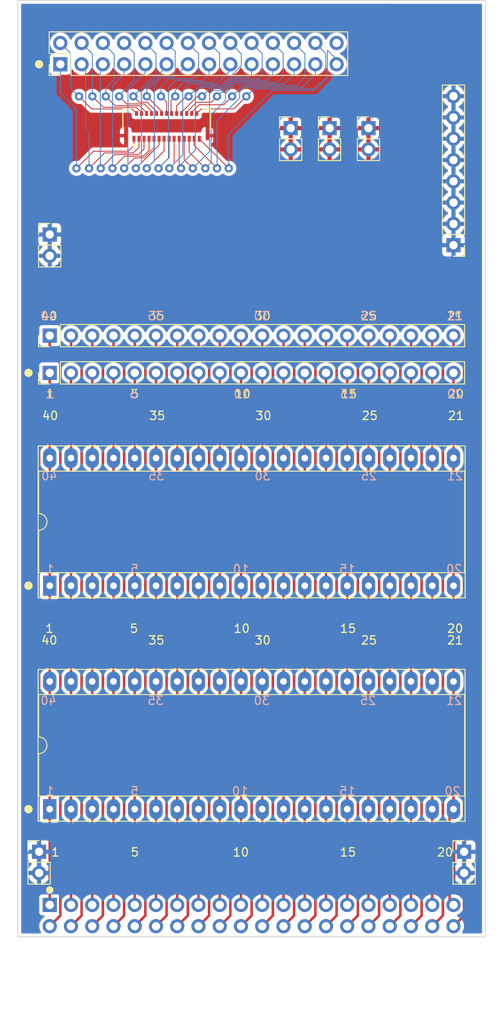
<source format=kicad_pcb>
(kicad_pcb (version 20240108) (generator "pcbnew") (generator_version "8.0")
  (layers (0 "F.Cu" signal) (31 "B.Cu" signal) (34 "B.Paste" user) (35 "F.Paste" user) (36 "B.SilkS" user "B.Silkscreen") (37 "F.SilkS" user "F.Silkscreen") (38 "B.Mask" user) (39 "F.Mask" user) (44 "Edge.Cuts" user))
  (net 0 "")
  (net 1 "GND")
  (net 2 "/PIN1")
  (net 3 "/PIN2")
  (net 4 "/PIN3")
  (net 5 "/PIN4")
  (net 6 "/PIN5")
  (net 7 "/PIN6")
  (net 8 "/PIN7")
  (net 9 "/PIN8")
  (net 10 "/PIN9")
  (net 11 "/PIN10")
  (net 12 "/PIN11")
  (net 13 "/PIN12")
  (net 14 "/PIN13")
  (net 15 "/PIN14")
  (net 16 "/PIN16")
  (net 17 "/PIN17")
  (net 18 "/PIN18")
  (net 19 "/PIN19")
  (net 20 "/PIN20")
  (net 21 "/PIN21")
  (net 22 "/PIN22")
  (net 23 "/PIN23")
  (net 24 "/PIN24")
  (net 25 "/PIN25")
  (net 26 "/PIN26")
  (net 27 "/PIN27")
  (net 28 "/PIN28")
  (net 29 "/PIN29")
  (net 30 "/PIN30")
  (net 31 "/PIN31")
  (net 32 "/PIN32")
  (net 33 "/PIN33")
  (net 34 "/PIN34")
  (net 35 "/PIN35")
  (net 36 "/PIN36")
  (net 37 "/PIN37")
  (net 38 "/PIN38")
  (net 39 "/PIN39")
  (net 40 "/PIN40")
  (net 41 "/PIN15")
  (net 42 "/FPC2")
  (net 43 "/FPC8")
  (net 44 "/FPC17")
  (net 45 "/FPC15")
  (net 46 "/FPC20")
  (net 47 "/FPC26")
  (net 48 "/FPC1")
  (net 49 "/FPC25")
  (net 50 "/FPC14")
  (net 51 "/FPC21")
  (net 52 "/FPC9")
  (net 53 "/FPC10")
  (net 54 "/FPC6")
  (net 55 "/FPC11")
  (net 56 "/FPC23")
  (net 57 "/FPC12")
  (net 58 "/FPC24")
  (net 59 "/FPC16")
  (net 60 "/FPC5")
  (net 61 "/FPC18")
  (net 62 "/FPC22")
  (net 63 "/FPC27")
  (net 64 "/FPC3")
  (net 65 "/FPC4")
  (net 66 "/FPC19")
  (net 67 "/FPC13")
  (net 68 "/FPC7")
  (net 69 "GNDI")
  (footprint "Package_DIP:DIP-40_W15.24mm_Socket_LongPads" (layer "F.Cu") (at 125.222 153.162 90)
    (property "Reference" "SOCKET2" (hide yes))
    (property "Value" "Conn_02x20_Counter_Clockwise" (hide yes))
  )
  (footprint "Connector_PinHeader_2.54mm:PinHeader_1x02_P2.54mm_Vertical" (layer "F.Cu") (at 163.322 71.882)
    (property "Reference" "J9" (hide yes))
    (property "Value" "Conn_01x08")
  )
  (footprint "Connector_PinHeader_2.54mm:PinHeader_1x02_P2.54mm_Vertical" (layer "F.Cu") (at 125.222 84.582)
    (property "Reference" "J5" (hide yes))
    (property "Value" "Conn_01x08")
  )
  (footprint "Package_DIP:DIP-40_W15.24mm_Socket_LongPads" (layer "F.Cu") (at 125.227 126.497 90)
    (property "Reference" "SOCKET1" (hide yes))
    (property "Value" "Conn_02x20_Counter_Clockwise" (hide yes))
  )
  (footprint "Connector_PinHeader_2.54mm:PinHeader_1x08_P2.54mm_Vertical" (layer "F.Cu") (at 173.482 85.852 180)
    (property "Reference" "J1" (hide yes))
    (property "Value" "Conn_01x08")
  )
  (footprint "Connector_PinHeader_2.54mm:PinHeader_1x20_P2.54mm_Vertical" (layer "F.Cu") (at 125.222 96.647 90)
    (property "Reference" "J3" (hide yes))
    (property "Value" "Conn_01x20")
  )
  (footprint "Connector_PinHeader_2.54mm:PinHeader_1x02_P2.54mm_Vertical" (layer "F.Cu") (at 123.952 158.242)
    (property "Reference" "J6" (hide yes))
    (property "Value" "Conn_01x08")
  )
  (footprint "Connector_PinHeader_2.54mm:PinHeader_1x02_P2.54mm_Vertical" (layer "F.Cu") (at 174.752 158.242)
    (property "Reference" "J4" (hide yes))
    (property "Value" "Conn_01x08")
  )
  (footprint "Connector_PinHeader_2.54mm:PinHeader_2x14_P2.54mm_Vertical" (layer "F.Cu") (at 126.492 64.262 90)
    (property "Reference" "J_EXT2" (hide yes))
    (property "Value" "Conn_01x27")
  )
  (footprint "UNIC:Molex_502598-2793_2Rows-23P~0.60mm_Horizontal" (layer "F.Cu") (at 139.192 71.529611)
    (property "Reference" "J_EXT1" (hide yes))
    (property "Value" "Conn_01x27_MountingPin" (hide yes))
  )
  (footprint "Connector_PinHeader_2.54mm:PinHeader_1x02_P2.54mm_Vertical" (layer "F.Cu") (at 158.672 71.882)
    (property "Reference" "J8" (hide yes))
    (property "Value" "Conn_01x08")
  )
  (footprint "Connector_PinHeader_2.54mm:PinHeader_1x02_P2.54mm_Vertical" (layer "F.Cu") (at 154.022 71.882)
    (property "Reference" "J7" (hide yes))
    (property "Value" "Conn_01x08")
  )
  (footprint "Connector_PinSocket_2.54mm:PinSocket_2x20_P2.54mm_Horizontal" (layer "F.Cu") (at 125.222 164.592 90)
    (property "Reference" "CONN1" (hide yes))
    (property "Value" "Conn_02x20_Odd_Even")
  )
  (footprint "Connector_PinHeader_2.54mm:PinHeader_1x20_P2.54mm_Vertical" (layer "F.Cu") (at 125.222 101.092 90)
    (property "Reference" "J2" (hide yes))
    (property "Value" "Conn_01x20")
  )
  (gr_circle (center 122.682 126.492) (end 123.106264 126.492) (stroke (width 0.15)) (fill solid) (layer "F.SilkS"))
  (gr_circle (center 123.952 64.262) (end 124.376264 64.262) (stroke (width 0.15)) (fill solid) (layer "F.SilkS"))
  (gr_circle (center 122.682 153.162) (end 123.106264 153.162) (stroke (width 0.15)) (fill solid) (layer "F.SilkS"))
  (gr_circle (center 122.682 101.092) (end 123.106264 101.092) (stroke (width 0.15)) (fill solid) (layer "F.SilkS"))
  (gr_rect (start 121.412 56.642) (end 177.292 168.402) (stroke (width 0.1)) (fill none) (layer "Edge.Cuts"))
  (gr_text "(C) 2024 Andras Tantos &\nModular Circuits" (at 143.002 87.122 0) (layer "F.Cu") (effects (font (size 1 1)) (justify left bottom)))
  (gr_text "UnIC Shadow Tracer" (at 143.002 83.312 0) (layer "F.Cu") (effects (font (size 1 1)) (justify left bottom)))
  (gr_text "20" (at 174.722 104.192 -0) (layer "B.SilkS") (effects (font (size 1 1)) (justify left bottom mirror)))
  (gr_text "25" (at 164.322 140.792 -0) (layer "B.SilkS") (effects (font (size 1 1)) (justify left bottom mirror)))
  (gr_text "10" (at 149.122 125.092 -0) (layer "B.SilkS") (effects (font (size 1 1)) (justify left bottom mirror)))
  (gr_text "5" (at 135.822 104.192 -0) (layer "B.SilkS") (effects (font (size 1 1)) (justify left bottom mirror)))
  (gr_text "21" (at 174.722 113.992 -0) (layer "B.SilkS") (effects (font (size 1 1)) (justify left bottom mirror)))
  (gr_text "20" (at 174.422 151.592 -0) (layer "B.SilkS") (effects (font (size 1 1)) (justify left bottom mirror)))
  (gr_text "40" (at 126.122 140.792 -0) (layer "B.SilkS") (effects (font (size 1 1)) (justify left bottom mirror)))
  (gr_text "15" (at 161.822 151.592 -0) (layer "B.SilkS") (effects (font (size 1 1)) (justify left bottom mirror)))
  (gr_text "35" (at 138.922 140.792 -0) (layer "B.SilkS") (effects (font (size 1 1)) (justify left bottom mirror)))
  (gr_text "30" (at 151.622 94.892 -0) (layer "B.SilkS") (effects (font (size 1 1)) (justify left bottom mirror)))
  (gr_text "35" (at 138.922 94.892 -0) (layer "B.SilkS") (effects (font (size 1 1)) (justify left bottom mirror)))
  (gr_text "35" (at 139.022 113.992 -0) (layer "B.SilkS") (effects (font (size 1 1)) (justify left bottom mirror)))
  (gr_text "21" (at 174.622 94.892 -0) (layer "B.SilkS") (effects (font (size 1 1)) (justify left bottom mirror)))
  (gr_text "21" (at 174.622 140.792 -0) (layer "B.SilkS") (effects (font (size 1 1)) (justify left bottom mirror)))
  (gr_text "25" (at 164.322 94.892 -0) (layer "B.SilkS") (effects (font (size 1 1)) (justify left bottom mirror)))
  (gr_text "30" (at 151.622 140.792 -0) (layer "B.SilkS") (effects (font (size 1 1)) (justify left bottom mirror)))
  (gr_text "15" (at 161.922 104.192 -0) (layer "B.SilkS") (effects (font (size 1 1)) (justify left bottom mirror)))
  (gr_text "1" (at 125.722 104.192 -0) (layer "B.SilkS") (effects (font (size 1 1)) (justify left bottom mirror)))
  (gr_text "30" (at 151.722 113.992 -0) (layer "B.SilkS") (effects (font (size 1 1)) (justify left bottom mirror)))
  (gr_text "40" (at 126.122 94.892 -0) (layer "B.SilkS") (effects (font (size 1 1)) (justify left bottom mirror)))
  (gr_text "25" (at 164.422 113.992 -0) (layer "B.SilkS") (effects (font (size 1 1)) (justify left bottom mirror)))
  (gr_text "15" (at 161.822 125.092 -0) (layer "B.SilkS") (effects (font (size 1 1)) (justify left bottom mirror)))
  (gr_text "10" (at 149.222 104.192 -0) (layer "B.SilkS") (effects (font (size 1 1)) (justify left bottom mirror)))
  (gr_text "20" (at 174.622 125.092 -0) (layer "B.SilkS") (effects (font (size 1 1)) (justify left bottom mirror)))
  (gr_text "40" (at 126.222 113.992 -0) (layer "B.SilkS") (effects (font (size 1 1)) (justify left bottom mirror)))
  (gr_text "5" (at 135.922 151.592 -0) (layer "B.SilkS") (effects (font (size 1 1)) (justify left bottom mirror)))
  (gr_text "1" (at 125.822 125.092 -0) (layer "B.SilkS") (effects (font (size 1 1)) (justify left bottom mirror)))
  (gr_text "10" (at 149.022 151.592 -0) (layer "B.SilkS") (effects (font (size 1 1)) (justify left bottom mirror)))
  (gr_text "1" (at 125.822 151.592 -0) (layer "B.SilkS") (effects (font (size 1 1)) (justify left bottom mirror)))
  (gr_text "5" (at 135.922 125.092 -0) (layer "B.SilkS") (effects (font (size 1 1)) (justify left bottom mirror)))
  (gr_text "30" (at 149.622 94.892 0) (layer "F.SilkS") (effects (font (size 1 1)) (justify left bottom)))
  (gr_text "35" (at 137.022 106.792 0) (layer "F.SilkS") (effects (font (size 1 1)) (justify left bottom)))
  (gr_text "5" (at 134.722 132.192 0) (layer "F.SilkS") (effects (font (size 1 1)) (justify left bottom)))
  (gr_text "25" (at 162.322 133.592 0) (layer "F.SilkS") (effects (font (size 1 1)) (justify left bottom)))
  (gr_text "20" (at 172.722 104.192 0) (layer "F.SilkS") (effects (font (size 1 1)) (justify left bottom)))
  (gr_text "21" (at 172.722 106.792 0) (layer "F.SilkS") (effects (font (size 1 1)) (justify left bottom)))
  (gr_text "15" (at 159.822 158.892 0) (layer "F.SilkS") (effects (font (size 1 1)) (justify left bottom)))
  (gr_text "1" (at 124.722 104.192 0) (layer "F.SilkS") (effects (font (size 1 1)) (justify left bottom)))
  (gr_text "30" (at 149.722 106.792 0) (layer "F.SilkS") (effects (font (size 1 1)) (justify left bottom)))
  (gr_text "5" (at 134.822 158.892 0) (layer "F.SilkS") (effects (font (size 1 1)) (justify left bottom)))
  (gr_text "21" (at 172.622 94.892 0) (layer "F.SilkS") (effects (font (size 1 1)) (justify left bottom)))
  (gr_text "40" (at 124.222 106.792 0) (layer "F.SilkS") (effects (font (size 1 1)) (justify left bottom)))
  (gr_text "21" (at 172.622 133.592 0) (layer "F.SilkS") (effects (font (size 1 1)) (justify left bottom)))
  (gr_text "10" (at 147.022 158.892 0) (layer "F.SilkS") (effects (font (size 1 1)) (justify left bottom)))
  (gr_text "35" (at 136.922 94.892 0) (layer "F.SilkS") (effects (font (size 1 1)) (justify left bottom)))
  (gr_text "40" (at 124.122 94.892 0) (layer "F.SilkS") (effects (font (size 1 1)) (justify left bottom)))
  (gr_text "1" (at 125.322 158.892 0) (layer "F.SilkS") (effects (font (size 1 1)) (justify left bottom)))
  (gr_text "20" (at 172.622 132.192 0) (layer "F.SilkS") (effects (font (size 1 1)) (justify left bottom)))
  (gr_text "20" (at 171.422 158.892 0) (layer "F.SilkS") (effects (font (size 1 1)) (justify left bottom)))
  (gr_text "30" (at 149.622 133.592 0) (layer "F.SilkS") (effects (font (size 1 1)) (justify left bottom)))
  (gr_text "1" (at 124.622 132.192 0) (layer "F.SilkS") (effects (font (size 1 1)) (justify left bottom)))
  (gr_text "10" (at 147.222 104.192 0) (layer "F.SilkS") (effects (font (size 1 1)) (justify left bottom)))
  (gr_text "15" (at 159.922 104.192 0) (layer "F.SilkS") (effects (font (size 1 1)) (justify left bottom)))
  (gr_text "35" (at 136.922 133.592 0) (layer "F.SilkS") (effects (font (size 1 1)) (justify left bottom)))
  (gr_text "5" (at 134.822 104.192 0) (layer "F.SilkS") (effects (font (size 1 1)) (justify left bottom)))
  (gr_text "15" (at 159.822 132.192 0) (layer "F.SilkS") (effects (font (size 1 1)) (justify left bottom)))
  (gr_text "10" (at 147.122 132.192 0) (layer "F.SilkS") (effects (font (size 1 1)) (justify left bottom)))
  (gr_text "25" (at 162.322 94.892 0) (layer "F.SilkS") (effects (font (size 1 1)) (justify left bottom)))
  (gr_text "40" (at 124.122 133.592 0) (layer "F.SilkS") (effects (font (size 1 1)) (justify left bottom)))
  (gr_text "25" (at 162.422 106.792 0) (layer "F.SilkS") (effects (font (size 1 1)) (justify left bottom)))
  (segment (start 125.227 118.877) (end 123.957 117.607) (width 0.3) (layer "F.Cu") (net 2))
  (segment (start 123.957 106.812) (end 125.227 105.542) (width 0.3) (layer "F.Cu") (net 2))
  (segment (start 123.957 117.607) (end 123.957 106.812) (width 0.3) (layer "F.Cu") (net 2))
  (segment (start 125.227 126.497) (end 125.227 118.877) (width 0.3) (layer "F.Cu") (net 2))
  (segment (start 125.222 164.592) (end 125.222 153.162) (width 0.3) (layer "F.Cu") (net 2))
  (segment (start 125.222 153.162) (end 125.222 146.812) (width 0.3) (layer "F.Cu") (net 2))
  (segment (start 125.222 146.812) (end 123.952 145.542) (width 0.3) (layer "F.Cu") (net 2))
  (segment (start 125.227 105.542) (end 125.227 101.097) (width 0.3) (layer "F.Cu") (net 2))
  (segment (start 125.227 130.297) (end 125.227 126.497) (width 0.3) (layer "F.Cu") (net 2))
  (segment (start 123.952 131.572) (end 125.227 130.297) (width 0.3) (layer "F.Cu") (net 2))
  (segment (start 123.952 145.542) (end 123.952 131.572) (width 0.3) (layer "F.Cu") (net 2))
  (segment (start 127.762 126.492) (end 127.762 118.872) (width 0.3) (layer "F.Cu") (net 3))
  (segment (start 127.767 126.497) (end 127.762 126.492) (width 0.3) (layer "F.Cu") (net 3))
  (segment (start 126.492 145.542) (end 126.492 131.572) (width 0.3) (layer "F.Cu") (net 3))
  (segment (start 127.762 164.592) (end 127.762 153.162) (width 0.3) (layer "F.Cu") (net 3))
  (segment (start 126.492 131.572) (end 127.767 130.297) (width 0.3) (layer "F.Cu") (net 3))
  (segment (start 127.762 118.872) (end 126.492 117.602) (width 0.3) (layer "F.Cu") (net 3))
  (segment (start 127.762 105.537) (end 127.762 101.092) (width 0.3) (layer "F.Cu") (net 3))
  (segment (start 127.767 130.297) (end 127.767 126.497) (width 0.3) (layer "F.Cu") (net 3))
  (segment (start 126.492 106.807) (end 127.762 105.537) (width 0.3) (layer "F.Cu") (net 3))
  (segment (start 126.492 117.602) (end 126.492 106.807) (width 0.3) (layer "F.Cu") (net 3))
  (segment (start 127.762 153.162) (end 127.762 146.812) (width 0.3) (layer "F.Cu") (net 3))
  (segment (start 127.762 146.812) (end 126.492 145.542) (width 0.3) (layer "F.Cu") (net 3))
  (segment (start 130.307 105.542) (end 130.307 101.097) (width 0.3) (layer "F.Cu") (net 4))
  (segment (start 130.307 126.497) (end 130.307 118.877) (width 0.3) (layer "F.Cu") (net 4))
  (segment (start 129.032 145.542) (end 129.032 131.572) (width 0.3) (layer "F.Cu") (net 4))
  (segment (start 130.302 146.812) (end 129.032 145.542) (width 0.3) (layer "F.Cu") (net 4))
  (segment (start 130.307 118.877) (end 129.037 117.607) (width 0.3) (layer "F.Cu") (net 4))
  (segment (start 130.307 130.297) (end 130.307 126.497) (width 0.3) (layer "F.Cu") (net 4))
  (segment (start 130.302 164.592) (end 130.302 153.162) (width 0.3) (layer "F.Cu") (net 4))
  (segment (start 129.037 117.607) (end 129.037 106.812) (width 0.3) (layer "F.Cu") (net 4))
  (segment (start 129.032 131.572) (end 130.307 130.297) (width 0.3) (layer "F.Cu") (net 4))
  (segment (start 130.302 153.162) (end 130.302 146.812) (width 0.3) (layer "F.Cu") (net 4))
  (segment (start 129.037 106.812) (end 130.307 105.542) (width 0.3) (layer "F.Cu") (net 4))
  (segment (start 132.842 164.592) (end 132.842 153.162) (width 0.3) (layer "F.Cu") (net 5))
  (segment (start 132.847 130.297) (end 132.847 126.497) (width 0.3) (layer "F.Cu") (net 5))
  (segment (start 131.572 145.542) (end 131.572 131.572) (width 0.3) (layer "F.Cu") (net 5))
  (segment (start 132.847 105.542) (end 132.847 101.097) (width 0.3) (layer "F.Cu") (net 5))
  (segment (start 132.842 153.162) (end 132.842 146.812) (width 0.3) (layer "F.Cu") (net 5))
  (segment (start 131.577 117.607) (end 131.577 106.812) (width 0.3) (layer "F.Cu") (net 5))
  (segment (start 132.847 118.877) (end 131.577 117.607) (width 0.3) (layer "F.Cu") (net 5))
  (segment (start 131.577 106.812) (end 132.847 105.542) (width 0.3) (layer "F.Cu") (net 5))
  (segment (start 132.847 126.497) (end 132.847 118.877) (width 0.3) (layer "F.Cu") (net 5))
  (segment (start 132.842 146.812) (end 131.572 145.542) (width 0.3) (layer "F.Cu") (net 5))
  (segment (start 131.572 131.572) (end 132.847 130.297) (width 0.3) (layer "F.Cu") (net 5))
  (segment (start 135.382 164.592) (end 135.382 153.162) (width 0.3) (layer "F.Cu") (net 6))
  (segment (start 134.117 106.812) (end 135.387 105.542) (width 0.3) (layer "F.Cu") (net 6))
  (segment (start 134.112 131.572) (end 135.387 130.297) (width 0.3) (layer "F.Cu") (net 6))
  (segment (start 135.387 118.877) (end 134.117 117.607) (width 0.3) (layer "F.Cu") (net 6))
  (segment (start 135.382 153.162) (end 135.382 146.812) (width 0.3) (layer "F.Cu") (net 6))
  (segment (start 135.387 105.542) (end 135.387 101.097) (width 0.3) (layer "F.Cu") (net 6))
  (segment (start 134.112 145.542) (end 134.112 131.572) (width 0.3) (layer "F.Cu") (net 6))
  (segment (start 135.382 146.812) (end 134.112 145.542) (width 0.3) (layer "F.Cu") (net 6))
  (segment (start 135.387 126.497) (end 135.387 118.877) (width 0.3) (layer "F.Cu") (net 6))
  (segment (start 134.117 117.607) (end 134.117 106.812) (width 0.3) (layer "F.Cu") (net 6))
  (segment (start 135.387 130.297) (end 135.387 126.497) (width 0.3) (layer "F.Cu") (net 6))
  (segment (start 136.657 106.812) (end 137.927 105.542) (width 0.3) (layer "F.Cu") (net 7))
  (segment (start 137.922 153.162) (end 137.922 146.812) (width 0.3) (layer "F.Cu") (net 7))
  (segment (start 137.922 146.812) (end 136.652 145.542) (width 0.3) (layer "F.Cu") (net 7))
  (segment (start 136.657 117.607) (end 136.657 106.812) (width 0.3) (layer "F.Cu") (net 7))
  (segment (start 137.927 105.542) (end 137.927 101.097) (width 0.3) (layer "F.Cu") (net 7))
  (segment (start 136.652 131.572) (end 137.927 130.297) (width 0.3) (layer "F.Cu") (net 7))
  (segment (start 137.927 130.297) (end 137.927 126.497) (width 0.3) (layer "F.Cu") (net 7))
  (segment (start 136.652 145.542) (end 136.652 131.572) (width 0.3) (layer "F.Cu") (net 7))
  (segment (start 137.927 118.877) (end 136.657 117.607) (width 0.3) (layer "F.Cu") (net 7))
  (segment (start 137.927 126.497) (end 137.927 118.877) (width 0.3) (layer "F.Cu") (net 7))
  (segment (start 137.922 164.592) (end 137.922 153.162) (width 0.3) (layer "F.Cu") (net 7))
  (segment (start 139.197 106.812) (end 140.467 105.542) (width 0.3) (layer "F.Cu") (net 8))
  (segment (start 139.192 131.572) (end 140.467 130.297) (width 0.3) (layer "F.Cu") (net 8))
  (segment (start 139.197 117.607) (end 139.197 106.812) (width 0.3) (layer "F.Cu") (net 8))
  (segment (start 140.462 153.162) (end 140.462 146.812) (width 0.3) (layer "F.Cu") (net 8))
  (segment (start 140.462 164.592) (end 140.462 153.162) (width 0.3) (layer "F.Cu") (net 8))
  (segment (start 140.467 105.542) (end 140.467 101.097) (width 0.3) (layer "F.Cu") (net 8))
  (segment (start 140.467 130.297) (end 140.467 126.497) (width 0.3) (layer "F.Cu") (net 8))
  (segment (start 140.467 118.877) (end 139.197 117.607) (width 0.3) (layer "F.Cu") (net 8))
  (segment (start 140.467 126.497) (end 140.467 118.877) (width 0.3) (layer "F.Cu") (net 8))
  (segment (start 139.192 145.542) (end 139.192 131.572) (width 0.3) (layer "F.Cu") (net 8))
  (segment (start 140.462 146.812) (end 139.192 145.542) (width 0.3) (layer "F.Cu") (net 8))
  (segment (start 141.737 106.812) (end 143.007 105.542) (width 0.3) (layer "F.Cu") (net 9))
  (segment (start 141.737 117.607) (end 141.737 106.812) (width 0.3) (layer "F.Cu") (net 9))
  (segment (start 143.002 153.162) (end 143.002 146.812) (width 0.3) (layer "F.Cu") (net 9))
  (segment (start 143.002 164.592) (end 143.002 153.162) (width 0.3) (layer "F.Cu") (net 9))
  (segment (start 143.007 126.497) (end 143.007 118.877) (width 0.3) (layer "F.Cu") (net 9))
  (segment (start 141.732 145.542) (end 141.732 131.572) (width 0.3) (layer "F.Cu") (net 9))
  (segment (start 143.007 105.542) (end 143.007 101.097) (width 0.3) (layer "F.Cu") (net 9))
  (segment (start 141.732 131.572) (end 143.007 130.297) (width 0.3) (layer "F.Cu") (net 9))
  (segment (start 143.007 130.297) (end 143.007 126.497) (width 0.3) (layer "F.Cu") (net 9))
  (segment (start 143.007 118.877) (end 141.737 117.607) (width 0.3) (layer "F.Cu") (net 9))
  (segment (start 143.002 146.812) (end 141.732 145.542) (width 0.3) (layer "F.Cu") (net 9))
  (segment (start 144.277 117.607) (end 144.277 106.812) (width 0.3) (layer "F.Cu") (net 10))
  (segment (start 144.272 131.572) (end 145.547 130.297) (width 0.3) (layer "F.Cu") (net 10))
  (segment (start 144.277 106.812) (end 145.547 105.542) (width 0.3) (layer "F.Cu") (net 10))
  (segment (start 144.272 145.542) (end 144.272 131.572) (width 0.3) (layer "F.Cu") (net 10))
  (segment (start 145.542 146.812) (end 144.272 145.542) (width 0.3) (layer "F.Cu") (net 10))
  (segment (start 145.547 126.497) (end 145.547 118.877) (width 0.3) (layer "F.Cu") (net 10))
  (segment (start 145.547 130.297) (end 145.547 126.497) (width 0.3) (layer "F.Cu") (net 10))
  (segment (start 145.547 105.542) (end 145.547 101.097) (width 0.3) (layer "F.Cu") (net 10))
  (segment (start 145.542 153.162) (end 145.542 146.812) (width 0.3) (layer "F.Cu") (net 10))
  (segment (start 145.547 118.877) (end 144.277 117.607) (width 0.3) (layer "F.Cu") (net 10))
  (segment (start 145.542 164.592) (end 145.542 153.162) (width 0.3) (layer "F.Cu") (net 10))
  (segment (start 148.082 153.562) (end 148.082 147.212) (width 0.3) (layer "F.Cu") (net 11))
  (segment (start 148.087 105.542) (end 148.087 101.097) (width 0.3) (layer "F.Cu") (net 11))
  (segment (start 148.082 147.212) (end 146.812 145.942) (width 0.3) (layer "F.Cu") (net 11))
  (segment (start 146.812 145.942) (end 146.812 131.972) (width 0.3) (layer "F.Cu") (net 11))
  (segment (start 146.817 117.607) (end 146.817 106.812) (width 0.3) (layer "F.Cu") (net 11))
  (segment (start 146.817 106.812) (end 148.087 105.542) (width 0.3) (layer "F.Cu") (net 11))
  (segment (start 148.087 126.497) (end 148.087 118.877) (width 0.3) (layer "F.Cu") (net 11))
  (segment (start 148.087 118.877) (end 146.817 117.607) (width 0.3) (layer "F.Cu") (net 11))
  (segment (start 146.812 131.972) (end 148.087 130.697) (width 0.3) (layer "F.Cu") (net 11))
  (segment (start 148.087 130.697) (end 148.087 126.897) (width 0.3) (layer "F.Cu") (net 11))
  (segment (start 148.082 164.592) (end 148.082 153.162) (width 0.3) (layer "F.Cu") (net 11))
  (segment (start 150.622 153.162) (end 150.622 146.812) (width 0.3) (layer "F.Cu") (net 12))
  (segment (start 149.357 106.812) (end 150.627 105.542) (width 0.3) (layer "F.Cu") (net 12))
  (segment (start 150.627 126.497) (end 150.627 118.877) (width 0.3) (layer "F.Cu") (net 12))
  (segment (start 150.627 105.542) (end 150.627 101.097) (width 0.3) (layer "F.Cu") (net 12))
  (segment (start 149.357 117.607) (end 149.357 106.812) (width 0.3) (layer "F.Cu") (net 12))
  (segment (start 150.622 146.812) (end 149.352 145.542) (width 0.3) (layer "F.Cu") (net 12))
  (segment (start 150.627 118.877) (end 149.357 117.607) (width 0.3) (layer "F.Cu") (net 12))
  (segment (start 149.352 131.572) (end 150.627 130.297) (width 0.3) (layer "F.Cu") (net 12))
  (segment (start 150.627 130.297) (end 150.627 126.497) (width 0.3) (layer "F.Cu") (net 12))
  (segment (start 150.622 164.592) (end 150.622 153.162) (width 0.3) (layer "F.Cu") (net 12))
  (segment (start 149.352 145.542) (end 149.352 131.572) (width 0.3) (layer "F.Cu") (net 12))
  (segment (start 153.167 130.297) (end 153.167 126.497) (width 0.3) (layer "F.Cu") (net 13))
  (segment (start 153.167 105.542) (end 153.167 101.097) (width 0.3) (layer "F.Cu") (net 13))
  (segment (start 153.162 164.592) (end 153.162 153.162) (width 0.3) (layer "F.Cu") (net 13))
  (segment (start 153.162 146.812) (end 151.892 145.542) (width 0.3) (layer "F.Cu") (net 13))
  (segment (start 151.897 106.812) (end 153.167 105.542) (width 0.3) (layer "F.Cu") (net 13))
  (segment (start 153.167 118.877) (end 151.897 117.607) (width 0.3) (layer "F.Cu") (net 13))
  (segment (start 151.897 117.607) (end 151.897 106.812) (width 0.3) (layer "F.Cu") (net 13))
  (segment (start 151.892 145.542) (end 151.892 131.572) (width 0.3) (layer "F.Cu") (net 13))
  (segment (start 151.892 131.572) (end 153.167 130.297) (width 0.3) (layer "F.Cu") (net 13))
  (segment (start 153.167 126.497) (end 153.167 118.877) (width 0.3) (layer "F.Cu") (net 13))
  (segment (start 153.162 153.162) (end 153.162 146.812) (width 0.3) (layer "F.Cu") (net 13))
  (segment (start 154.437 106.812) (end 155.707 105.542) (width 0.3) (layer "F.Cu") (net 14))
  (segment (start 155.707 130.297) (end 155.707 126.497) (width 0.3) (layer "F.Cu") (net 14))
  (segment (start 155.707 118.877) (end 154.437 117.607) (width 0.3) (layer "F.Cu") (net 14))
  (segment (start 154.432 131.572) (end 155.707 130.297) (width 0.3) (layer "F.Cu") (net 14))
  (segment (start 155.702 146.812) (end 154.432 145.542) (width 0.3) (layer "F.Cu") (net 14))
  (segment (start 154.437 117.607) (end 154.437 106.812) (width 0.3) (layer "F.Cu") (net 14))
  (segment (start 155.702 164.592) (end 155.702 153.162) (width 0.3) (layer "F.Cu") (net 14))
  (segment (start 155.707 105.542) (end 155.707 101.097) (width 0.3) (layer "F.Cu") (net 14))
  (segment (start 155.702 153.162) (end 155.702 146.812) (width 0.3) (layer "F.Cu") (net 14))
  (segment (start 154.432 145.542) (end 154.432 131.572) (width 0.3) (layer "F.Cu") (net 14))
  (segment (start 155.707 126.497) (end 155.707 118.877) (width 0.3) (layer "F.Cu") (net 14))
  (segment (start 158.247 105.542) (end 158.247 101.097) (width 0.3) (layer "F.Cu") (net 15))
  (segment (start 156.972 145.542) (end 156.972 131.572) (width 0.3) (layer "F.Cu") (net 15))
  (segment (start 158.242 146.812) (end 156.972 145.542) (width 0.3) (layer "F.Cu") (net 15))
  (segment (start 156.977 117.607) (end 156.977 106.812) (width 0.3) (layer "F.Cu") (net 15))
  (segment (start 158.247 130.297) (end 158.247 126.497) (width 0.3) (layer "F.Cu") (net 15))
  (segment (start 158.242 153.162) (end 158.242 146.812) (width 0.3) (layer "F.Cu") (net 15))
  (segment (start 156.977 106.812) (end 158.247 105.542) (width 0.3) (layer "F.Cu") (net 15))
  (segment (start 158.247 118.877) (end 156.977 117.607) (width 0.3) (layer "F.Cu") (net 15))
  (segment (start 156.972 131.572) (end 158.247 130.297) (width 0.3) (layer "F.Cu") (net 15))
  (segment (start 158.247 126.497) (end 158.247 118.877) (width 0.3) (layer "F.Cu") (net 15))
  (segment (start 158.242 164.592) (end 158.242 153.162) (width 0.3) (layer "F.Cu") (net 15))
  (segment (start 163.327 126.497) (end 163.327 118.877) (width 0.3) (layer "F.Cu") (net 16))
  (segment (start 163.327 105.542) (end 163.327 101.097) (width 0.3) (layer "F.Cu") (net 16))
  (segment (start 163.322 153.162) (end 163.322 146.812) (width 0.3) (layer "F.Cu") (net 16))
  (segment (start 162.057 117.607) (end 162.057 106.812) (width 0.3) (layer "F.Cu") (net 16))
  (segment (start 163.327 118.877) (end 162.057 117.607) (width 0.3) (layer "F.Cu") (net 16))
  (segment (start 163.327 130.297) (end 163.327 126.497) (width 0.3) (layer "F.Cu") (net 16))
  (segment (start 163.322 146.812) (end 162.052 145.542) (width 0.3) (layer "F.Cu") (net 16))
  (segment (start 162.052 145.542) (end 162.052 131.572) (width 0.3) (layer "F.Cu") (net 16))
  (segment (start 162.057 106.812) (end 163.327 105.542) (width 0.3) (layer "F.Cu") (net 16))
  (segment (start 162.052 131.572) (end 163.327 130.297) (width 0.3) (layer "F.Cu") (net 16))
  (segment (start 163.322 164.592) (end 163.322 153.162) (width 0.3) (layer "F.Cu") (net 16))
  (segment (start 164.592 145.542) (end 164.592 131.572) (width 0.3) (layer "F.Cu") (net 17))
  (segment (start 165.862 164.592) (end 165.862 153.162) (width 0.3) (layer "F.Cu") (net 17))
  (segment (start 165.867 105.542) (end 165.867 101.097) (width 0.3) (layer "F.Cu") (net 17))
  (segment (start 165.862 153.162) (end 165.862 146.812) (width 0.3) (layer "F.Cu") (net 17))
  (segment (start 165.867 118.877) (end 164.597 117.607) (width 0.3) (layer "F.Cu") (net 17))
  (segment (start 164.592 131.572) (end 165.867 130.297) (width 0.3) (layer "F.Cu") (net 17))
  (segment (start 164.597 106.812) (end 165.867 105.542) (width 0.3) (layer "F.Cu") (net 17))
  (segment (start 165.867 130.297) (end 165.867 126.497) (width 0.3) (layer "F.Cu") (net 17))
  (segment (start 165.862 146.812) (end 164.592 145.542) (width 0.3) (layer "F.Cu") (net 17))
  (segment (start 164.597 117.607) (end 164.597 106.812) (width 0.3) (layer "F.Cu") (net 17))
  (segment (start 165.867 126.497) (end 165.867 118.877) (width 0.3) (layer "F.Cu") (net 17))
  (segment (start 168.407 118.877) (end 167.137 117.607) (width 0.3) (layer "F.Cu") (net 18))
  (segment (start 168.407 130.297) (end 168.407 126.497) (width 0.3) (layer "F.Cu") (net 18))
  (segment (start 168.407 105.542) (end 168.407 101.097) (width 0.3) (layer "F.Cu") (net 18))
  (segment (start 168.402 153.162) (end 168.402 146.812) (width 0.3) (layer "F.Cu") (net 18))
  (segment (start 167.132 131.572) (end 168.407 130.297) (width 0.3) (layer "F.Cu") (net 18))
  (segment (start 167.137 106.812) (end 168.407 105.542) (width 0.3) (layer "F.Cu") (net 18))
  (segment (start 168.407 126.497) (end 168.407 118.877) (width 0.3) (layer "F.Cu") (net 18))
  (segment (start 168.402 146.812) (end 167.132 145.542) (width 0.3) (layer "F.Cu") (net 18))
  (segment (start 168.402 164.592) (end 168.402 153.162) (width 0.3) (layer "F.Cu") (net 18))
  (segment (start 167.137 117.607) (end 167.137 106.812) (width 0.3) (layer "F.Cu") (net 18))
  (segment (start 167.132 145.542) (end 167.132 131.572) (width 0.3) (layer "F.Cu") (net 18))
  (segment (start 169.672 145.542) (end 169.672 131.572) (width 0.3) (layer "F.Cu") (net 19))
  (segment (start 170.947 126.497) (end 170.947 118.877) (width 0.3) (layer "F.Cu") (net 19))
  (segment (start 169.677 106.812) (end 170.947 105.542) (width 0.3) (layer "F.Cu") (net 19))
  (segment (start 169.672 131.572) (end 170.947 130.297) (width 0.3) (layer "F.Cu") (net 19))
  (segment (start 170.942 146.812) (end 169.672 145.542) (width 0.3) (layer "F.Cu") (net 19))
  (segment (start 170.942 153.162) (end 170.942 146.812) (width 0.3) (layer "F.Cu") (net 19))
  (segment (start 169.677 117.607) (end 169.677 106.812) (width 0.3) (layer "F.Cu") (net 19))
  (segment (start 170.947 105.542) (end 170.947 101.097) (width 0.3) (layer "F.Cu") (net 19))
  (segment (start 170.947 118.877) (end 169.677 117.607) (width 0.3) (layer "F.Cu") (net 19))
  (segment (start 170.947 130.297) (end 170.947 126.497) (width 0.3) (layer "F.Cu") (net 19))
  (segment (start 170.942 164.592) (end 170.942 153.162) (width 0.3) (layer "F.Cu") (net 19))
  (segment (start 173.482 146.812) (end 172.212 145.542) (width 0.3) (layer "F.Cu") (net 20))
  (segment (start 172.212 117.602) (end 172.212 106.807) (width 0.3) (layer "F.Cu") (net 20))
  (segment (start 173.482 118.872) (end 172.212 117.602) (width 0.3) (layer "F.Cu") (net 20))
  (segment (start 173.482 153.162) (end 173.482 146.812) (width 0.3) (layer "F.Cu") (net 20))
  (segment (start 172.212 145.542) (end 172.212 131.572) (width 0.3) (layer "F.Cu") (net 20))
  (segment (start 172.212 131.572) (end 173.487 130.297) (width 0.3) (layer "F.Cu") (net 20))
  (segment (start 173.482 126.492) (end 173.482 118.872) (width 0.3) (layer "F.Cu") (net 20))
  (segment (start 173.022 153.622) (end 173.482 153.162) (width 0.3) (layer "F.Cu") (net 20))
  (segment (start 173.022 164.132) (end 173.022 153.622) (width 0.3) (layer "F.Cu") (net 20))
  (segment (start 172.212 106.807) (end 173.482 105.537) (width 0.3) (layer "F.Cu") (net 20))
  (segment (start 173.487 130.297) (end 173.487 126.497) (width 0.3) (layer "F.Cu") (net 20))
  (segment (start 173.482 164.592) (end 173.022 164.132) (width 0.3) (layer "F.Cu") (net 20))
  (segment (start 173.482 105.537) (end 173.482 101.092) (width 0.3) (layer "F.Cu") (net 20))
  (segment (start 173.482 137.922) (end 173.482 131.572) (width 0.3) (layer "F.Cu") (net 21))
  (segment (start 173.552 155.892) (end 173.552 161.992) (width 0.3) (layer "F.Cu") (net 21))
  (segment (start 174.752 165.862) (end 174.752 163.192) (width 0.3) (layer "F.Cu") (net 21))
  (segment (start 174.752 130.302) (end 174.752 118.872) (width 0.3) (layer "F.Cu") (net 21))
  (segment (start 174.752 154.692) (end 174.752 146.812) (width 0.3) (layer "F.Cu") (net 21))
  (segment (start 174.752 118.872) (end 173.482 117.602) (width 0.3) (layer "F.Cu") (net 21))
  (segment (start 173.487 111.257) (end 173.487 106.802) (width 0.3) (layer "F.Cu") (net 21))
  (segment (start 173.482 145.542) (end 173.482 137.922) (width 0.3) (layer "F.Cu") (net 21))
  (segment (start 174.752 154.692) (end 173.552 155.892) (width 0.3) (layer "F.Cu") (net 21))
  (segment (start 173.482 98.692) (end 173.482 96.647) (width 0.3) (layer "F.Cu") (net 21))
  (segment (start 174.752 146.812) (end 173.482 145.542) (width 0.3) (layer "F.Cu") (net 21))
  (segment (start 173.487 117.597) (end 173.487 111.257) (width 0.3) (layer "F.Cu") (net 21))
  (segment (start 173.487 106.802) (end 174.752 105.537) (width 0.3) (layer "F.Cu") (net 21))
  (segment (start 173.552 161.992) (end 174.752 163.192) (width 0.3) (layer "F.Cu") (net 21))
  (segment (start 174.752 105.537) (end 174.752 99.962) (width 0.3) (layer "F.Cu") (net 21))
  (segment (start 173.482 167.132) (end 174.752 165.862) (width 0.3) (layer "F.Cu") (net 21))
  (segment (start 174.752 99.962) (end 173.482 98.692) (width 0.3) (layer "F.Cu") (net 21))
  (segment (start 173.482 131.572) (end 174.752 130.302) (width 0.3) (layer "F.Cu") (net 21))
  (segment (start 170.942 137.922) (end 170.942 131.572) (width 0.3) (layer "F.Cu") (net 22))
  (segment (start 170.942 167.132) (end 172.212 165.862) (width 0.3) (layer "F.Cu") (net 22))
  (segment (start 170.942 131.572) (end 172.212 130.302) (width 0.3) (layer "F.Cu") (net 22))
  (segment (start 172.212 105.537) (end 172.212 99.962) (width 0.3) (layer "F.Cu") (net 22))
  (segment (start 170.947 111.257) (end 170.947 106.802) (width 0.3) (layer "F.Cu") (net 22))
  (segment (start 170.947 117.597) (end 170.947 111.257) (width 0.3) (layer "F.Cu") (net 22))
  (segment (start 172.212 99.962) (end 170.942 98.692) (width 0.3) (layer "F.Cu") (net 22))
  (segment (start 170.947 106.802) (end 172.212 105.537) (width 0.3) (layer "F.Cu") (net 22))
  (segment (start 170.942 145.542) (end 170.942 137.922) (width 0.3) (layer "F.Cu") (net 22))
  (segment (start 172.212 146.812) (end 170.942 145.542) (width 0.3) (layer "F.Cu") (net 22))
  (segment (start 170.942 98.692) (end 170.942 96.647) (width 0.3) (layer "F.Cu") (net 22))
  (segment (start 172.212 118.872) (end 170.942 117.602) (width 0.3) (layer "F.Cu") (net 22))
  (segment (start 172.212 165.862) (end 172.212 146.812) (width 0.3) (layer "F.Cu") (net 22))
  (segment (start 172.212 130.302) (end 172.212 118.872) (width 0.3) (layer "F.Cu") (net 22))
  (segment (start 169.677 99.967) (end 168.407 98.697) (width 0.3) (layer "F.Cu") (net 23))
  (segment (start 168.407 98.697) (end 168.407 96.652) (width 0.3) (layer "F.Cu") (net 23))
  (segment (start 169.672 165.862) (end 169.672 146.812) (width 0.3) (layer "F.Cu") (net 23))
  (segment (start 168.407 117.597) (end 168.407 111.257) (width 0.3) (layer "F.Cu") (net 23))
  (segment (start 169.672 146.812) (end 168.402 145.542) (width 0.3) (layer "F.Cu") (net 23))
  (segment (start 168.402 167.132) (end 169.672 165.862) (width 0.3) (layer "F.Cu") (net 23))
  (segment (start 169.677 105.542) (end 169.677 99.967) (width 0.3) (layer "F.Cu") (net 23))
  (segment (start 168.412 106.807) (end 169.677 105.542) (width 0.3) (layer "F.Cu") (net 23))
  (segment (start 168.402 131.572) (end 169.672 130.302) (width 0.3) (layer "F.Cu") (net 23))
  (segment (start 169.672 118.872) (end 168.402 117.602) (width 0.3) (layer "F.Cu") (net 23))
  (segment (start 168.402 145.542) (end 168.402 137.922) (width 0.3) (layer "F.Cu") (net 23))
  (segment (start 168.402 137.922) (end 168.402 131.572) (width 0.3) (layer "F.Cu") (net 23))
  (segment (start 169.672 130.302) (end 169.672 118.872) (width 0.3) (layer "F.Cu") (net 23))
  (segment (start 168.412 111.262) (end 168.412 106.807) (width 0.3) (layer "F.Cu") (net 23))
  (segment (start 165.872 111.262) (end 165.872 106.807) (width 0.3) (layer "F.Cu") (net 24))
  (segment (start 165.872 106.807) (end 167.137 105.542) (width 0.3) (layer "F.Cu") (net 24))
  (segment (start 165.867 98.697) (end 165.867 96.652) (width 0.3) (layer "F.Cu") (net 24))
  (segment (start 165.867 117.597) (end 165.867 111.257) (width 0.3) (layer "F.Cu") (net 24))
  (segment (start 167.137 99.967) (end 165.867 98.697) (width 0.3) (layer "F.Cu") (net 24))
  (segment (start 165.862 131.572) (end 167.132 130.302) (width 0.3) (layer "F.Cu") (net 24))
  (segment (start 167.137 105.542) (end 167.137 99.967) (width 0.3) (layer "F.Cu") (net 24))
  (segment (start 165.862 145.542) (end 165.862 137.922) (width 0.3) (layer "F.Cu") (net 24))
  (segment (start 165.862 167.132) (end 167.132 165.862) (width 0.3) (layer "F.Cu") (net 24))
  (segment (start 167.132 130.302) (end 167.132 118.872) (width 0.3) (layer "F.Cu") (net 24))
  (segment (start 167.132 146.812) (end 165.862 145.542) (width 0.3) (layer "F.Cu") (net 24))
  (segment (start 167.132 165.862) (end 167.132 146.812) (width 0.3) (layer "F.Cu") (net 24))
  (segment (start 165.862 137.922) (end 165.862 131.572) (width 0.3) (layer "F.Cu") (net 24))
  (segment (start 167.132 118.872) (end 165.862 117.602) (width 0.3) (layer "F.Cu") (net 24))
  (segment (start 163.322 167.132) (end 164.592 165.862) (width 0.3) (layer "F.Cu") (net 25))
  (segment (start 164.597 99.967) (end 163.327 98.697) (width 0.3) (layer "F.Cu") (net 25))
  (segment (start 164.592 118.872) (end 163.322 117.602) (width 0.3) (layer "F.Cu") (net 25))
  (segment (start 163.322 131.572) (end 164.592 130.302) (width 0.3) (layer "F.Cu") (net 25))
  (segment (start 163.332 106.807) (end 164.597 105.542) (width 0.3) (layer "F.Cu") (net 25))
  (segment (start 164.592 165.862) (end 164.592 146.812) (width 0.3) (layer "F.Cu") (net 25))
  (segment (start 164.592 130.302) (end 164.592 118.872) (width 0.3) (layer "F.Cu") (net 25))
  (segment (start 164.597 105.542) (end 164.597 99.967) (width 0.3) (layer "F.Cu") (net 25))
  (segment (start 163.327 98.697) (end 163.327 96.652) (width 0.3) (layer "F.Cu") (net 25))
  (segment (start 164.592 146.812) (end 163.322 145.542) (width 0.3) (layer "F.Cu") (net 25))
  (segment (start 163.322 137.922) (end 163.322 131.572) (width 0.3) (layer "F.Cu") (net 25))
  (segment (start 163.322 145.542) (end 163.322 137.922) (width 0.3) (layer "F.Cu") (net 25))
  (segment (start 163.327 117.597) (end 163.327 111.257) (width 0.3) (layer "F.Cu") (net 25))
  (segment (start 163.332 111.262) (end 163.332 106.807) (width 0.3) (layer "F.Cu") (net 25))
  (segment (start 160.787 117.597) (end 160.787 111.257) (width 0.3) (layer "F.Cu") (net 26))
  (segment (start 162.052 130.302) (end 162.052 118.872) (width 0.3) (layer "F.Cu") (net 26))
  (segment (start 162.052 165.862) (end 162.052 146.812) (width 0.3) (layer "F.Cu") (net 26))
  (segment (start 160.792 106.807) (end 162.057 105.542) (width 0.3) (layer "F.Cu") (net 26))
  (segment (start 162.057 105.542) (end 162.057 99.967) (width 0.3) (layer "F.Cu") (net 26))
  (segment (start 160.792 111.262) (end 160.792 106.807) (width 0.3) (layer "F.Cu") (net 26))
  (segment (start 160.782 167.132) (end 162.052 165.862) (width 0.3) (layer "F.Cu") (net 26))
  (segment (start 160.787 98.697) (end 160.787 96.652) (width 0.3) (layer "F.Cu") (net 26))
  (segment (start 160.782 145.542) (end 160.782 137.922) (width 0.3) (layer "F.Cu") (net 26))
  (segment (start 162.052 146.812) (end 160.782 145.542) (width 0.3) (layer "F.Cu") (net 26))
  (segment (start 160.782 137.922) (end 160.782 131.572) (width 0.3) (layer "F.Cu") (net 26))
  (segment (start 160.782 131.572) (end 162.052 130.302) (width 0.3) (layer "F.Cu") (net 26))
  (segment (start 162.057 99.967) (end 160.787 98.697) (width 0.3) (layer "F.Cu") (net 26))
  (segment (start 162.052 118.872) (end 160.782 117.602) (width 0.3) (layer "F.Cu") (net 26))
  (segment (start 158.242 145.542) (end 158.242 137.922) (width 0.3) (layer "F.Cu") (net 27))
  (segment (start 159.512 118.872) (end 158.242 117.602) (width 0.3) (layer "F.Cu") (net 27))
  (segment (start 158.247 98.697) (end 158.247 96.652) (width 0.3) (layer "F.Cu") (net 27))
  (segment (start 158.247 117.597) (end 158.247 111.257) (width 0.3) (layer "F.Cu") (net 27))
  (segment (start 158.252 106.807) (end 159.517 105.542) (width 0.3) (layer "F.Cu") (net 27))
  (segment (start 158.242 137.922) (end 158.242 131.572) (width 0.3) (layer "F.Cu") (net 27))
  (segment (start 159.517 99.967) (end 158.247 98.697) (width 0.3) (layer "F.Cu") (net 27))
  (segment (start 158.242 131.572) (end 159.512 130.302) (width 0.3) (layer "F.Cu") (net 27))
  (segment (start 159.517 105.542) (end 159.517 99.967) (width 0.3) (layer "F.Cu") (net 27))
  (segment (start 159.512 130.302) (end 159.512 118.872) (width 0.3) (layer "F.Cu") (net 27))
  (segment (start 158.252 111.262) (end 158.252 106.807) (width 0.3) (layer "F.Cu") (net 27))
  (segment (start 159.512 146.812) (end 158.242 145.542) (width 0.3) (layer "F.Cu") (net 27))
  (segment (start 158.242 167.132) (end 159.512 165.862) (width 0.3) (layer "F.Cu") (net 27))
  (segment (start 159.512 165.862) (end 159.512 146.812) (width 0.3) (layer "F.Cu") (net 27))
  (segment (start 156.972 165.862) (end 156.972 146.812) (width 0.3) (layer "F.Cu") (net 28))
  (segment (start 155.712 106.807) (end 156.977 105.542) (width 0.3) (layer "F.Cu") (net 28))
  (segment (start 156.972 118.872) (end 155.702 117.602) (width 0.3) (layer "F.Cu") (net 28))
  (segment (start 155.707 117.597) (end 155.707 111.257) (width 0.3) (layer "F.Cu") (net 28))
  (segment (start 156.972 130.302) (end 156.972 118.872) (width 0.3) (layer "F.Cu") (net 28))
  (segment (start 155.712 111.262) (end 155.712 106.807) (width 0.3) (layer "F.Cu") (net 28))
  (segment (start 155.702 137.922) (end 155.702 131.572) (width 0.3) (layer "F.Cu") (net 28))
  (segment (start 156.977 105.542) (end 156.977 99.967) (width 0.3) (layer "F.Cu") (net 28))
  (segment (start 155.707 98.697) (end 155.707 96.652) (width 0.3) (layer "F.Cu") (net 28))
  (segment (start 155.702 131.572) (end 156.972 130.302) (width 0.3) (layer "F.Cu") (net 28))
  (segment (start 155.702 167.132) (end 156.972 165.862) (width 0.3) (layer "F.Cu") (net 28))
  (segment (start 155.702 145.542) (end 155.702 137.922) (width 0.3) (layer "F.Cu") (net 28))
  (segment (start 156.972 146.812) (end 155.702 145.542) (width 0.3) (layer "F.Cu") (net 28))
  (segment (start 156.977 99.967) (end 155.707 98.697) (width 0.3) (layer "F.Cu") (net 28))
  (segment (start 153.162 167.132) (end 154.432 165.862) (width 0.3) (layer "F.Cu") (net 29))
  (segment (start 154.437 105.542) (end 154.437 99.967) (width 0.3) (layer "F.Cu") (net 29))
  (segment (start 153.167 117.597) (end 153.167 111.257) (width 0.3) (layer "F.Cu") (net 29))
  (segment (start 153.172 106.807) (end 154.437 105.542) (width 0.3) (layer "F.Cu") (net 29))
  (segment (start 154.432 118.872) (end 153.162 117.602) (width 0.3) (layer "F.Cu") (net 29))
  (segment (start 154.437 99.967) (end 153.167 98.697) (width 0.3) (layer "F.Cu") (net 29))
  (segment (start 154.432 130.302) (end 154.432 118.872) (width 0.3) (layer "F.Cu") (net 29))
  (segment (start 154.432 165.862) (end 154.432 146.812) (width 0.3) (layer "F.Cu") (net 29))
  (segment (start 153.162 131.572) (end 154.432 130.302) (width 0.3) (layer "F.Cu") (net 29))
  (segment (start 154.432 146.812) (end 153.162 145.542) (width 0.3) (layer "F.Cu") (net 29))
  (segment (start 153.172 111.262) (end 153.172 106.807) (width 0.3) (layer "F.Cu") (net 29))
  (segment (start 153.162 137.922) (end 153.162 131.572) (width 0.3) (layer "F.Cu") (net 29))
  (segment (start 153.167 98.697) (end 153.167 96.652) (width 0.3) (layer "F.Cu") (net 29))
  (segment (start 153.162 145.542) (end 153.162 137.922) (width 0.3) (layer "F.Cu") (net 29))
  (segment (start 150.627 98.697) (end 150.627 96.652) (width 0.3) (layer "F.Cu") (net 30))
  (segment (start 150.627 117.597) (end 150.627 111.257) (width 0.3) (layer "F.Cu") (net 30))
  (segment (start 151.892 165.862) (end 151.892 146.812) (width 0.3) (layer "F.Cu") (net 30))
  (segment (start 151.892 146.812) (end 150.622 145.542) (width 0.3) (layer "F.Cu") (net 30))
  (segment (start 150.632 106.807) (end 151.897 105.542) (width 0.3) (layer "F.Cu") (net 30))
  (segment (start 150.622 167.132) (end 151.892 165.862) (width 0.3) (layer "F.Cu") (net 30))
  (segment (start 151.897 99.967) (end 150.627 98.697) (width 0.3) (layer "F.Cu") (net 30))
  (segment (start 151.892 118.872) (end 150.622 117.602) (width 0.3) (layer "F.Cu") (net 30))
  (segment (start 151.892 130.302) (end 151.892 118.872) (width 0.3) (layer "F.Cu") (net 30))
  (segment (start 150.622 145.542) (end 150.622 137.922) (width 0.3) (layer "F.Cu") (net 30))
  (segment (start 150.622 131.572) (end 151.892 130.302) (width 0.3) (layer "F.Cu") (net 30))
  (segment (start 150.632 111.262) (end 150.632 106.807) (width 0.3) (layer "F.Cu") (net 30))
  (segment (start 151.897 105.542) (end 151.897 99.967) (width 0.3) (layer "F.Cu") (net 30))
  (segment (start 150.622 137.922) (end 150.622 131.572) (width 0.3) (layer "F.Cu") (net 30))
  (segment (start 149.352 146.812) (end 148.082 145.542) (width 0.3) (layer "F.Cu") (net 31))
  (segment (start 148.082 145.542) (end 148.082 137.922) (width 0.3) (layer "F.Cu") (net 31))
  (segment (start 149.352 118.872) (end 148.082 117.602) (width 0.3) (layer "F.Cu") (net 31))
  (segment (start 148.092 106.807) (end 149.357 105.542) (width 0.3) (layer "F.Cu") (net 31))
  (segment (start 148.082 137.922) (end 148.082 131.572) (width 0.3) (layer "F.Cu") (net 31))
  (segment (start 149.357 105.542) (end 149.357 99.967) (width 0.3) (layer "F.Cu") (net 31))
  (segment (start 148.092 111.262) (end 148.092 106.807) (width 0.3) (layer "F.Cu") (net 31))
  (segment (start 149.357 99.967) (end 148.087 98.697) (width 0.3) (layer "F.Cu") (net 31))
  (segment (start 148.087 117.597) (end 148.087 111.257) (width 0.3) (layer "F.Cu") (net 31))
  (segment (start 148.082 131.572) (end 149.352 130.302) (width 0.3) (layer "F.Cu") (net 31))
  (segment (start 148.082 167.132) (end 149.352 165.862) (width 0.3) (layer "F.Cu") (net 31))
  (segment (start 149.352 165.862) (end 149.352 146.812) (width 0.3) (layer "F.Cu") (net 31))
  (segment (start 148.087 98.697) (end 148.087 96.652) (width 0.3) (layer "F.Cu") (net 31))
  (segment (start 149.352 130.302) (end 149.352 118.872) (width 0.3) (layer "F.Cu") (net 31))
  (segment (start 146.812 165.862) (end 146.812 146.812) (width 0.3) (layer "F.Cu") (net 32))
  (segment (start 145.542 145.542) (end 145.542 137.922) (width 0.3) (layer "F.Cu") (net 32))
  (segment (start 146.817 99.967) (end 145.547 98.697) (width 0.3) (layer "F.Cu") (net 32))
  (segment (start 145.542 131.972) (end 146.812 130.702) (width 0.3) (layer "F.Cu") (net 32))
  (segment (start 145.552 111.262) (end 145.552 106.807) (width 0.3) (layer "F.Cu") (net 32))
  (segment (start 145.542 167.132) (end 146.812 165.862) (width 0.3) (layer "F.Cu") (net 32))
  (segment (start 146.817 105.542) (end 146.817 99.967) (width 0.3) (layer "F.Cu") (net 32))
  (segment (start 146.812 119.272) (end 145.542 118.002) (width 0.3) (layer "F.Cu") (net 32))
  (segment (start 145.542 138.322) (end 145.542 131.972) (width 0.3) (layer "F.Cu") (net 32))
  (segment (start 145.547 117.997) (end 145.547 111.657) (width 0.3) (layer "F.Cu") (net 32))
  (segment (start 146.812 146.812) (end 145.542 145.542) (width 0.3) (layer "F.Cu") (net 32))
  (segment (start 145.552 106.807) (end 146.817 105.542) (width 0.3) (layer "F.Cu") (net 32))
  (segment (start 145.547 98.697) (end 145.547 96.652) (width 0.3) (layer "F.Cu") (net 32))
  (segment (start 146.812 130.702) (end 146.812 119.272) (width 0.3) (layer "F.Cu") (net 32))
  (segment (start 144.272 130.302) (end 144.272 118.872) (width 0.3) (layer "F.Cu") (net 33))
  (segment (start 143.002 167.132) (end 144.272 165.862) (width 0.3) (layer "F.Cu") (net 33))
  (segment (start 143.012 111.262) (end 143.012 106.807) (width 0.3) (layer "F.Cu") (net 33))
  (segment (start 143.007 117.597) (end 143.007 111.257) (width 0.3) (layer "F.Cu") (net 33))
  (segment (start 144.272 118.872) (end 143.002 117.602) (width 0.3) (layer "F.Cu") (net 33))
  (segment (start 143.002 145.542) (end 143.002 137.922) (width 0.3) (layer "F.Cu") (net 33))
  (segment (start 144.272 165.862) (end 144.272 146.812) (width 0.3) (layer "F.Cu") (net 33))
  (segment (start 143.002 131.572) (end 144.272 130.302) (width 0.3) (layer "F.Cu") (net 33))
  (segment (start 144.272 146.812) (end 143.002 145.542) (width 0.3) (layer "F.Cu") (net 33))
  (segment (start 143.007 98.697) (end 143.007 96.652) (width 0.3) (layer "F.Cu") (net 33))
  (segment (start 144.277 99.967) (end 143.007 98.697) (width 0.3) (layer "F.Cu") (net 33))
  (segment (start 143.002 137.922) (end 143.002 131.572) (width 0.3) (layer "F.Cu") (net 33))
  (segment (start 143.012 106.807) (end 144.277 105.542) (width 0.3) (layer "F.Cu") (net 33))
  (segment (start 144.277 105.542) (end 144.277 99.967) (width 0.3) (layer "F.Cu") (net 33))
  (segment (start 140.467 98.697) (end 140.467 96.652) (width 0.3) (layer "F.Cu") (net 34))
  (segment (start 140.472 111.262) (end 140.472 106.807) (width 0.3) (layer "F.Cu") (net 34))
  (segment (start 140.462 137.922) (end 140.462 131.572) (width 0.3) (layer "F.Cu") (net 34))
  (segment (start 140.462 145.542) (end 140.462 137.922) (width 0.3) (layer "F.Cu") (net 34))
  (segment (start 141.737 105.542) (end 141.737 99.967) (width 0.3) (layer "F.Cu") (net 34))
  (segment (start 140.467 117.597) (end 140.467 111.257) (width 0.3) (layer "F.Cu") (net 34))
  (segment (start 140.462 167.132) (end 141.732 165.862) (width 0.3) (layer "F.Cu") (net 34))
  (segment (start 141.732 165.862) (end 141.732 146.812) (width 0.3) (layer "F.Cu") (net 34))
  (segment (start 140.462 131.572) (end 141.732 130.302) (width 0.3) (layer "F.Cu") (net 34))
  (segment (start 140.472 106.807) (end 141.737 105.542) (width 0.3) (layer "F.Cu") (net 34))
  (segment (start 141.732 118.872) (end 140.462 117.602) (width 0.3) (layer "F.Cu") (net 34))
  (segment (start 141.732 130.302) (end 141.732 118.872) (width 0.3) (layer "F.Cu") (net 34))
  (segment (start 141.737 99.967) (end 140.467 98.697) (width 0.3) (layer "F.Cu") (net 34))
  (segment (start 141.732 146.812) (end 140.462 145.542) (width 0.3) (layer "F.Cu") (net 34))
  (segment (start 139.192 146.812) (end 137.922 145.542) (width 0.3) (layer "F.Cu") (net 35))
  (segment (start 137.922 131.572) (end 139.192 130.302) (width 0.3) (layer "F.Cu") (net 35))
  (segment (start 137.922 137.922) (end 137.922 131.572) (width 0.3) (layer "F.Cu") (net 35))
  (segment (start 139.197 105.542) (end 139.197 99.967) (width 0.3) (layer "F.Cu") (net 35))
  (segment (start 139.192 118.872) (end 137.922 117.602) (width 0.3) (layer "F.Cu") (net 35))
  (segment (start 137.922 145.542) (end 137.922 137.922) (width 0.3) (layer "F.Cu") (net 35))
  (segment (start 137.932 111.262) (end 137.932 106.807) (width 0.3) (layer "F.Cu") (net 35))
  (segment (start 137.922 167.132) (end 139.192 165.862) (width 0.3) (layer "F.Cu") (net 35))
  (segment (start 137.927 117.597) (end 137.927 111.257) (width 0.3) (layer "F.Cu") (net 35))
  (segment (start 137.927 98.697) (end 137.927 96.652) (width 0.3) (layer "F.Cu") (net 35))
  (segment (start 139.192 130.302) (end 139.192 118.872) (width 0.3) (layer "F.Cu") (net 35))
  (segment (start 137.932 106.807) (end 139.197 105.542) (width 0.3) (layer "F.Cu") (net 35))
  (segment (start 139.197 99.967) (end 137.927 98.697) (width 0.3) (layer "F.Cu") (net 35))
  (segment (start 139.192 165.862) (end 139.192 146.812) (width 0.3) (layer "F.Cu") (net 35))
  (segment (start 135.387 117.597) (end 135.387 111.257) (width 0.3) (layer "F.Cu") (net 36))
  (segment (start 135.392 106.807) (end 136.657 105.542) (width 0.3) (layer "F.Cu") (net 36))
  (segment (start 136.652 118.872) (end 135.382 117.602) (width 0.3) (layer "F.Cu") (net 36))
  (segment (start 136.657 99.967) (end 135.387 98.697) (width 0.3) (layer "F.Cu") (net 36))
  (segment (start 135.382 131.572) (end 136.652 130.302) (width 0.3) (layer "F.Cu") (net 36))
  (segment (start 135.387 98.697) (end 135.387 96.652) (width 0.3) (layer "F.Cu") (net 36))
  (segment (start 135.382 145.542) (end 135.382 137.922) (width 0.3) (layer "F.Cu") (net 36))
  (segment (start 136.652 146.812) (end 135.382 145.542) (width 0.3) (layer "F.Cu") (net 36))
  (segment (start 135.382 167.132) (end 136.652 165.862) (width 0.3) (layer "F.Cu") (net 36))
  (segment (start 136.657 105.542) (end 136.657 99.967) (width 0.3) (layer "F.Cu") (net 36))
  (segment (start 135.392 111.262) (end 135.392 106.807) (width 0.3) (layer "F.Cu") (net 36))
  (segment (start 136.652 130.302) (end 136.652 118.872) (width 0.3) (layer "F.Cu") (net 36))
  (segment (start 136.652 165.862) (end 136.652 146.812) (width 0.3) (layer "F.Cu") (net 36))
  (segment (start 135.382 137.922) (end 135.382 131.572) (width 0.3) (layer "F.Cu") (net 36))
  (segment (start 132.852 106.807) (end 134.117 105.542) (width 0.3) (layer "F.Cu") (net 37))
  (segment (start 134.112 146.812) (end 132.842 145.542) (width 0.3) (layer "F.Cu") (net 37))
  (segment (start 132.847 117.597) (end 132.847 111.257) (width 0.3) (layer "F.Cu") (net 37))
  (segment (start 134.117 99.967) (end 132.847 98.697) (width 0.3) (layer "F.Cu") (net 37))
  (segment (start 134.112 165.862) (end 134.112 146.812) (width 0.3) (layer "F.Cu") (net 37))
  (segment (start 132.842 137.922) (end 132.842 131.572) (width 0.3) (layer "F.Cu") (net 37))
  (segment (start 132.847 98.697) (end 132.847 96.652) (width 0.3) (layer "F.Cu") (net 37))
  (segment (start 132.842 131.572) (end 134.112 130.302) (width 0.3) (layer "F.Cu") (net 37))
  (segment (start 134.117 105.542) (end 134.117 99.967) (width 0.3) (layer "F.Cu") (net 37))
  (segment (start 134.112 118.872) (end 132.842 117.602) (width 0.3) (layer "F.Cu") (net 37))
  (segment (start 132.852 111.262) (end 132.852 106.807) (width 0.3) (layer "F.Cu") (net 37))
  (segment (start 132.842 145.542) (end 132.842 137.922) (width 0.3) (layer "F.Cu") (net 37))
  (segment (start 132.842 167.132) (end 134.112 165.862) (width 0.3) (layer "F.Cu") (net 37))
  (segment (start 134.112 130.302) (end 134.112 118.872) (width 0.3) (layer "F.Cu") (net 37))
  (segment (start 131.577 105.542) (end 131.577 99.967) (width 0.3) (layer "F.Cu") (net 38))
  (segment (start 131.577 99.967) (end 130.307 98.697) (width 0.3) (layer "F.Cu") (net 38))
  (segment (start 130.312 111.262) (end 130.312 106.807) (width 0.3) (layer "F.Cu") (net 38))
  (segment (start 131.572 146.812) (end 130.302 145.542) (width 0.3) (layer "F.Cu") (net 38))
  (segment (start 130.302 131.572) (end 131.572 130.302) (width 0.3) (layer "F.Cu") (net 38))
  (segment (start 131.572 130.302) (end 131.572 118.872) (width 0.3) (layer "F.Cu") (net 38))
  (segment (start 131.572 165.862) (end 131.572 146.812) (width 0.3) (layer "F.Cu") (net 38))
  (segment (start 130.307 117.597) (end 130.307 111.257) (width 0.3) (layer "F.Cu") (net 38))
  (segment (start 131.572 118.872) (end 130.302 117.602) (width 0.3) (layer "F.Cu") (net 38))
  (segment (start 130.307 98.697) (end 130.307 96.652) (width 0.3) (layer "F.Cu") (net 38))
  (segment (start 130.302 145.542) (end 130.302 137.922) (width 0.3) (layer "F.Cu") (net 38))
  (segment (start 130.312 106.807) (end 131.577 105.542) (width 0.3) (layer "F.Cu") (net 38))
  (segment (start 130.302 167.132) (end 131.572 165.862) (width 0.3) (layer "F.Cu") (net 38))
  (segment (start 130.302 137.922) (end 130.302 131.572) (width 0.3) (layer "F.Cu") (net 38))
  (segment (start 129.032 146.812) (end 127.762 145.542) (width 0.3) (layer "F.Cu") (net 39))
  (segment (start 127.762 131.572) (end 129.032 130.302) (width 0.3) (layer "F.Cu") (net 39))
  (segment (start 127.762 137.922) (end 127.762 131.572) (width 0.3) (layer "F.Cu") (net 39))
  (segment (start 129.032 165.862) (end 129.032 146.812) (width 0.3) (layer "F.Cu") (net 39))
  (segment (start 127.767 98.697) (end 127.767 96.652) (width 0.3) (layer "F.Cu") (net 39))
  (segment (start 127.767 117.597) (end 127.767 111.257) (width 0.3) (layer "F.Cu") (net 39))
  (segment (start 129.032 118.872) (end 127.762 117.602) (width 0.3) (layer "F.Cu") (net 39))
  (segment (start 127.772 106.807) (end 129.037 105.542) (width 0.3) (layer "F.Cu") (net 39))
  (segment (start 129.037 105.542) (end 129.037 99.967) (width 0.3) (layer "F.Cu") (net 39))
  (segment (start 127.762 145.542) (end 127.762 137.922) (width 0.3) (layer "F.Cu") (net 39))
  (segment (start 127.762 167.132) (end 129.032 165.862) (width 0.3) (layer "F.Cu") (net 39))
  (segment (start 129.037 99.967) (end 127.767 98.697) (width 0.3) (layer "F.Cu") (net 39))
  (segment (start 127.772 111.262) (end 127.772 106.807) (width 0.3) (layer "F.Cu") (net 39))
  (segment (start 129.032 130.302) (end 129.032 118.872) (width 0.3) (layer "F.Cu") (net 39))
  (segment (start 126.492 105.537) (end 126.492 99.962) (width 0.3) (layer "F.Cu") (net 40))
  (segment (start 126.492 146.812) (end 125.222 145.542) (width 0.3) (layer "F.Cu") (net 40))
  (segment (start 125.227 106.802) (end 126.492 105.537) (width 0.3) (layer "F.Cu") (net 40))
  (segment (start 125.222 131.572) (end 126.492 130.302) (width 0.3) (layer "F.Cu") (net 40))
  (segment (start 125.222 117.602) (end 125.227 117.597) (width 0.3) (layer "F.Cu") (net 40))
  (segment (start 125.222 137.922) (end 125.222 131.572) (width 0.3) (layer "F.Cu") (net 40))
  (segment (start 126.492 165.862) (end 126.492 146.812) (width 0.3) (layer "F.Cu") (net 40))
  (segment (start 125.227 111.257) (end 125.227 106.802) (width 0.3) (layer "F.Cu") (net 40))
  (segment (start 126.492 118.872) (end 125.222 117.602) (width 0.3) (layer "F.Cu") (net 40))
  (segment (start 126.492 130.302) (end 126.492 118.872) (width 0.3) (layer "F.Cu") (net 40))
  (segment (start 126.492 99.962) (end 125.222 98.692) (width 0.3) (layer "F.Cu") (net 40))
  (segment (start 125.227 117.597) (end 125.227 111.257) (width 0.3) (layer "F.Cu") (net 40))
  (segment (start 125.222 98.692) (end 125.222 96.647) (width 0.3) (layer "F.Cu") (net 40))
  (segment (start 125.222 145.542) (end 125.222 137.922) (width 0.3) (layer "F.Cu") (net 40))
  (segment (start 125.222 167.132) (end 126.492 165.862) (width 0.3) (layer "F.Cu") (net 40))
  (segment (start 160.787 126.497) (end 160.787 118.877) (width 0.3) (layer "F.Cu") (net 41))
  (segment (start 159.517 106.812) (end 160.787 105.542) (width 0.3) (layer "F.Cu") (net 41))
  (segment (start 160.787 118.877) (end 159.517 117.607) (width 0.3) (layer "F.Cu") (net 41))
  (segment (start 160.782 153.162) (end 160.782 146.812) (width 0.3) (layer "F.Cu") (net 41))
  (segment (start 159.512 131.572) (end 160.787 130.297) (width 0.3) (layer "F.Cu") (net 41))
  (segment (start 159.512 145.542) (end 159.512 131.572) (width 0.3) (layer "F.Cu") (net 41))
  (segment (start 160.787 105.542) (end 160.787 101.097) (width 0.3) (layer "F.Cu") (net 41))
  (segment (start 160.782 164.592) (end 160.782 153.162) (width 0.3) (layer "F.Cu") (net 41))
  (segment (start 160.782 146.812) (end 159.512 145.542) (width 0.3) (layer "F.Cu") (net 41))
  (segment (start 160.787 130.297) (end 160.787 126.497) (width 0.3) (layer "F.Cu") (net 41))
  (segment (start 159.517 117.607) (end 159.517 106.812) (width 0.3) (layer "F.Cu") (net 41))
  (segment (start 130.222 69.592) (end 128.722 68.092) (width 0.1) (layer "F.Cu") (net 42))
  (segment (start 135.04701 69.592) (end 130.222 69.592) (width 0.1) (layer "F.Cu") (net 42))
  (segment (start 135.592 70.13699) (end 135.04701 69.592) (width 0.1) (layer "F.Cu") (net 42))
  (via (at 128.722 68.092) (size 1) (drill 0.5) (layers "F.Cu" "B.Cu") (net 42))
  (segment (start 127.722 62.952) (end 126.492 61.722) (width 0.1) (layer "B.Cu") (net 42))
  (segment (start 127.722 67.092) (end 127.722 62.952) (width 0.1) (layer "B.Cu") (net 42))
  (segment (start 128.722 68.092) (end 127.722 67.092) (width 0.1) (layer "B.Cu") (net 42))
  (segment (start 136.522 68.992) (end 137.392001 69.862001) (width 0.1) (layer "F.Cu") (net 43))
  (segment (start 133.522 68.092) (end 134.422 68.992) (width 0.1) (layer "F.Cu") (net 43))
  (segment (start 137.392001 69.862001) (end 137.392001 70.13699) (width 0.1) (layer "F.Cu") (net 43))
  (segment (start 134.422 68.992) (end 136.522 68.992) (width 0.1) (layer "F.Cu") (net 43))
  (via (at 133.522 68.092) (size 1) (drill 0.5) (layers "F.Cu" "B.Cu") (net 43))
  (segment (start 135.322 66.192) (end 133.522 67.992) (width 0.1) (layer "B.Cu") (net 43))
  (segment (start 135.322 62.932) (end 135.322 66.192) (width 0.1) (layer "B.Cu") (net 43))
  (segment (start 134.112 61.722) (end 135.322 62.932) (width 0.1) (layer "B.Cu") (net 43))
  (segment (start 133.522 67.992) (end 133.522 68.092) (width 0.1) (layer "B.Cu") (net 43))
  (segment (start 140.092001 76.10961) (end 139.522 76.679611) (width 0.1) (layer "F.Cu") (net 44))
  (segment (start 140.092001 73.152) (end 140.092001 76.10961) (width 0.1) (layer "F.Cu") (net 44))
  (via (at 139.522 76.679611) (size 1) (drill 0.5) (layers "F.Cu" "B.Cu") (net 44))
  (segment (start 141.122 67.392) (end 141.122 75.079611) (width 0.1) (layer "B.Cu") (net 44))
  (segment (start 141.122 75.079611) (end 139.522 76.679611) (width 0.1) (layer "B.Cu") (net 44))
  (segment (start 146.812 65.002) (end 145.222 66.592) (width 0.1) (layer "B.Cu") (net 44))
  (segment (start 145.222 66.592) (end 141.922 66.592) (width 0.1) (layer "B.Cu") (net 44))
  (segment (start 146.812 64.262) (end 146.812 65.002) (width 0.1) (layer "B.Cu") (net 44))
  (segment (start 141.922 66.592) (end 141.122 67.392) (width 0.1) (layer "B.Cu") (net 44))
  (segment (start 139.491999 73.152) (end 139.491999 75.409612) (width 0.1) (layer "F.Cu") (net 45))
  (segment (start 139.491999 75.409612) (end 138.222 76.679611) (width 0.1) (layer "F.Cu") (net 45))
  (via (at 138.222 76.679611) (size 1) (drill 0.5) (layers "F.Cu" "B.Cu") (net 45))
  (segment (start 139.422 67.092) (end 139.422 75.479611) (width 0.1) (layer "B.Cu") (net 45))
  (segment (start 144.272 64.262) (end 144.272 65.464081) (width 0.1) (layer "B.Cu") (net 45))
  (segment (start 139.422 75.479611) (end 138.222 76.679611) (width 0.1) (layer "B.Cu") (net 45))
  (segment (start 143.544081 66.192) (end 140.322 66.192) (width 0.1) (layer "B.Cu") (net 45))
  (segment (start 144.272 65.464081) (end 143.544081 66.192) (width 0.1) (layer "B.Cu") (net 45))
  (segment (start 140.322 66.192) (end 139.422 67.092) (width 0.1) (layer "B.Cu") (net 45))
  (segment (start 143.422 68.092) (end 142.87979 68.092) (width 0.1) (layer "F.Cu") (net 46))
  (segment (start 140.992001 69.979789) (end 140.992001 70.13699) (width 0.1) (layer "F.Cu") (net 46))
  (segment (start 142.87979 68.092) (end 140.992001 69.979789) (width 0.1) (layer "F.Cu") (net 46))
  (via (at 143.422 68.092) (size 1) (drill 0.5) (layers "F.Cu" "B.Cu") (net 46))
  (segment (start 150.222 65.992) (end 150.622 65.592) (width 0.1) (layer "B.Cu") (net 46))
  (segment (start 145.932609 67.192) (end 147.132609 65.992) (width 0.1) (layer "B.Cu") (net 46))
  (segment (start 144.322 67.192) (end 145.932609 67.192) (width 0.1) (layer "B.Cu") (net 46))
  (segment (start 150.622 62.992) (end 149.352 61.722) (width 0.1) (layer "B.Cu") (net 46))
  (segment (start 147.132609 65.992) (end 150.222 65.992) (width 0.1) (layer "B.Cu") (net 46))
  (segment (start 150.622 65.592) (end 150.622 62.992) (width 0.1) (layer "B.Cu") (net 46))
  (segment (start 143.422 68.092) (end 144.322 67.192) (width 0.1) (layer "B.Cu") (net 46))
  (segment (start 148.722 68.092) (end 147.222 69.592) (width 0.1) (layer "F.Cu") (net 47))
  (segment (start 143.33699 69.592) (end 142.792 70.13699) (width 0.1) (layer "F.Cu") (net 47))
  (segment (start 147.222 69.592) (end 143.33699 69.592) (width 0.1) (layer "F.Cu") (net 47))
  (via (at 148.722 68.092) (size 1) (drill 0.5) (layers "F.Cu" "B.Cu") (net 47))
  (segment (start 158.222 62.972) (end 156.972 61.722) (width 0.1) (layer "B.Cu") (net 47))
  (segment (start 148.722 68.092) (end 149.622 67.192) (width 0.1) (layer "B.Cu") (net 47))
  (segment (start 158.222 65.792) (end 158.222 62.972) (width 0.1) (layer "B.Cu") (net 47))
  (segment (start 156.822 67.192) (end 158.222 65.792) (width 0.1) (layer "B.Cu") (net 47))
  (segment (start 149.622 67.192) (end 156.822 67.192) (width 0.1) (layer "B.Cu") (net 47))
  (segment (start 135.292 73.96819) (end 134.622 74.63819) (width 0.1) (layer "F.Cu") (net 48))
  (segment (start 134.622 74.63819) (end 130.463421 74.63819) (width 0.1) (layer "F.Cu") (net 48))
  (segment (start 130.463421 74.63819) (end 128.422 76.679611) (width 0.1) (layer "F.Cu") (net 48))
  (segment (start 135.292 73.152) (end 135.292 73.96819) (width 0.1) (layer "F.Cu") (net 48))
  (via (at 128.422 76.679611) (size 1) (drill 0.5) (layers "F.Cu" "B.Cu") (net 48))
  (segment (start 128.422 76.679611) (end 128.422 69.592) (width 0.1) (layer "B.Cu") (net 48))
  (segment (start 128.422 69.592) (end 126.492 67.662) (width 0.1) (layer "B.Cu") (net 48))
  (segment (start 126.492 67.662) (end 126.492 64.262) (width 0.1) (layer "B.Cu") (net 48))
  (segment (start 142.492001 73.949612) (end 142.492001 73.152) (width 0.1) (layer "F.Cu") (net 49))
  (segment (start 145.222 76.679611) (end 142.492001 73.949612) (width 0.1) (layer "F.Cu") (net 49))
  (via (at 145.222 76.679611) (size 1) (drill 0.5) (layers "F.Cu" "B.Cu") (net 49))
  (segment (start 156.972 65.464081) (end 155.444081 66.992) (width 0.1) (layer "B.Cu") (net 49))
  (segment (start 156.972 64.262) (end 156.972 65.464081) (width 0.1) (layer "B.Cu") (net 49))
  (segment (start 145.222 70.992) (end 145.222 76.679611) (width 0.1) (layer "B.Cu") (net 49))
  (segment (start 147.922 67.474842) (end 147.922 68.292) (width 0.1) (layer "B.Cu") (net 49))
  (segment (start 155.444081 66.992) (end 148.404842 66.992) (width 0.1) (layer "B.Cu") (net 49))
  (segment (start 148.404842 66.992) (end 147.922 67.474842) (width 0.1) (layer "B.Cu") (net 49))
  (segment (start 147.922 68.292) (end 145.222 70.992) (width 0.1) (layer "B.Cu") (net 49))
  (segment (start 138.522 68.092) (end 139.192 68.762) (width 0.1) (layer "F.Cu") (net 50))
  (segment (start 139.192 68.762) (end 139.192 70.13699) (width 0.1) (layer "F.Cu") (net 50))
  (via (at 138.522 68.092) (size 1) (drill 0.5) (layers "F.Cu" "B.Cu") (net 50))
  (segment (start 138.522 68.092) (end 138.522 66.892) (width 0.1) (layer "B.Cu") (net 50))
  (segment (start 139.422 65.992) (end 142.422 65.992) (width 0.1) (layer "B.Cu") (net 50))
  (segment (start 142.422 65.992) (end 143.022 65.392) (width 0.1) (layer "B.Cu") (net 50))
  (segment (start 143.022 65.392) (end 143.022 63.012) (width 0.1) (layer "B.Cu") (net 50))
  (segment (start 138.522 66.892) (end 139.422 65.992) (width 0.1) (layer "B.Cu") (net 50))
  (segment (start 143.022 63.012) (end 141.732 61.722) (width 0.1) (layer "B.Cu") (net 50))
  (segment (start 141.292001 75.649612) (end 141.292001 73.152) (width 0.1) (layer "F.Cu") (net 51))
  (segment (start 142.322 76.679611) (end 141.292001 75.649612) (width 0.1) (layer "F.Cu") (net 51))
  (via (at 142.322 76.679611) (size 1) (drill 0.5) (layers "F.Cu" "B.Cu") (net 51))
  (segment (start 151.892 64.262) (end 151.892 65.464081) (width 0.1) (layer "B.Cu") (net 51))
  (segment (start 144.322 67.792) (end 144.322 74.679611) (width 0.1) (layer "B.Cu") (net 51))
  (segment (start 144.322 74.679611) (end 142.322 76.679611) (width 0.1) (layer "B.Cu") (net 51))
  (segment (start 146.015452 67.392) (end 144.722 67.392) (width 0.1) (layer "B.Cu") (net 51))
  (segment (start 151.164081 66.192) (end 147.215452 66.192) (width 0.1) (layer "B.Cu") (net 51))
  (segment (start 151.892 65.464081) (end 151.164081 66.192) (width 0.1) (layer "B.Cu") (net 51))
  (segment (start 144.722 67.392) (end 144.322 67.792) (width 0.1) (layer "B.Cu") (net 51))
  (segment (start 147.215452 66.192) (end 146.015452 67.392) (width 0.1) (layer "B.Cu") (net 51))
  (segment (start 135.363421 75.43819) (end 134.122 76.679611) (width 0.1) (layer "F.Cu") (net 52))
  (segment (start 137.180579 74.73819) (end 136.480579 75.43819) (width 0.1) (layer "F.Cu") (net 52))
  (segment (start 137.692 73.152) (end 137.692 74.226769) (width 0.1) (layer "F.Cu") (net 52))
  (segment (start 137.692 74.226769) (end 137.180579 74.73819) (width 0.1) (layer "F.Cu") (net 52))
  (segment (start 136.480579 75.43819) (end 135.363421 75.43819) (width 0.1) (layer "F.Cu") (net 52))
  (via (at 134.122 76.679611) (size 1) (drill 0.5) (layers "F.Cu" "B.Cu") (net 52))
  (segment (start 134.122 76.679611) (end 134.572 76.229611) (width 0.1) (layer "B.Cu") (net 52))
  (segment (start 136.652 65.262) (end 136.652 64.262) (width 0.1) (layer "B.Cu") (net 52))
  (segment (start 134.572 76.229611) (end 134.572 67.342) (width 0.1) (layer "B.Cu") (net 52))
  (segment (start 134.572 67.342) (end 136.652 65.262) (width 0.1) (layer "B.Cu") (net 52))
  (segment (start 137.992 69.912) (end 137.992 70.13699) (width 0.1) (layer "F.Cu") (net 53))
  (segment (start 136.872 68.792) (end 137.992 69.912) (width 0.1) (layer "F.Cu") (net 53))
  (segment (start 135.922 68.792) (end 136.872 68.792) (width 0.1) (layer "F.Cu") (net 53))
  (segment (start 135.222 68.092) (end 135.922 68.792) (width 0.1) (layer "F.Cu") (net 53))
  (via (at 135.222 68.092) (size 1) (drill 0.5) (layers "F.Cu" "B.Cu") (net 53))
  (segment (start 137.922 62.992) (end 136.652 61.722) (width 0.1) (layer "B.Cu") (net 53))
  (segment (start 137.922 65.392) (end 137.922 62.992) (width 0.1) (layer "B.Cu") (net 53))
  (segment (start 135.222 68.092) (end 137.922 65.392) (width 0.1) (layer "B.Cu") (net 53))
  (segment (start 135.94861 69.192) (end 136.792 70.03539) (width 0.1) (layer "F.Cu") (net 54))
  (segment (start 133.022 69.192) (end 135.94861 69.192) (width 0.1) (layer "F.Cu") (net 54))
  (segment (start 131.922 68.092) (end 133.022 69.192) (width 0.1) (layer "F.Cu") (net 54))
  (segment (start 136.792 70.03539) (end 136.792 70.13699) (width 0.1) (layer "F.Cu") (net 54))
  (via (at 131.922 68.092) (size 1) (drill 0.5) (layers "F.Cu" "B.Cu") (net 54))
  (segment (start 131.922 67.092) (end 132.922 66.092) (width 0.1) (layer "B.Cu") (net 54))
  (segment (start 131.922 68.092) (end 131.922 67.092) (width 0.1) (layer "B.Cu") (net 54))
  (segment (start 132.922 63.072) (end 131.572 61.722) (width 0.1) (layer "B.Cu") (net 54))
  (segment (start 132.922 66.092) (end 132.922 63.072) (width 0.1) (layer "B.Cu") (net 54))
  (segment (start 138.291999 73.152) (end 138.291999 73.909612) (width 0.1) (layer "F.Cu") (net 55))
  (segment (start 138.291999 73.909612) (end 135.522 76.679611) (width 0.1) (layer "F.Cu") (net 55))
  (via (at 135.522 76.679611) (size 1) (drill 0.5) (layers "F.Cu" "B.Cu") (net 55))
  (segment (start 139.192 64.522) (end 139.192 64.262) (width 0.1) (layer "B.Cu") (net 55))
  (segment (start 135.522 76.679611) (end 136.172 76.029611) (width 0.1) (layer "B.Cu") (net 55))
  (segment (start 136.172 76.029611) (end 136.172 67.542) (width 0.1) (layer "B.Cu") (net 55))
  (segment (start 136.172 67.542) (end 139.192 64.522) (width 0.1) (layer "B.Cu") (net 55))
  (segment (start 143.822 76.679611) (end 141.892 74.749611) (width 0.1) (layer "F.Cu") (net 56))
  (segment (start 141.892 74.749611) (end 141.892 73.152) (width 0.1) (layer "F.Cu") (net 56))
  (via (at 143.822 76.679611) (size 1) (drill 0.5) (layers "F.Cu" "B.Cu") (net 56))
  (segment (start 144.522 75.979611) (end 143.822 76.679611) (width 0.1) (layer "B.Cu") (net 56))
  (segment (start 153.304081 66.592) (end 147.422 66.592) (width 0.1) (layer "B.Cu") (net 56))
  (segment (start 147.422 66.592) (end 146.222 67.792) (width 0.1) (layer "B.Cu") (net 56))
  (segment (start 154.432 65.464081) (end 153.304081 66.592) (width 0.1) (layer "B.Cu") (net 56))
  (segment (start 146.222 68.592) (end 144.522 70.292) (width 0.1) (layer "B.Cu") (net 56))
  (segment (start 154.432 64.262) (end 154.432 65.464081) (width 0.1) (layer "B.Cu") (net 56))
  (segment (start 144.522 70.292) (end 144.522 75.979611) (width 0.1) (layer "B.Cu") (net 56))
  (segment (start 146.222 67.792) (end 146.222 68.592) (width 0.1) (layer "B.Cu") (net 56))
  (segment (start 136.822 68.092) (end 138.592001 69.862001) (width 0.1) (layer "F.Cu") (net 57))
  (segment (start 138.592001 69.862001) (end 138.592001 70.13699) (width 0.1) (layer "F.Cu") (net 57))
  (via (at 136.822 68.092) (size 1) (drill 0.5) (layers "F.Cu" "B.Cu") (net 57))
  (segment (start 136.822 68.092) (end 136.822 67.292) (width 0.1) (layer "B.Cu") (net 57))
  (segment (start 140.222 62.752) (end 139.192 61.722) (width 0.1) (layer "B.Cu") (net 57))
  (segment (start 140.222 65.192) (end 140.222 62.752) (width 0.1) (layer "B.Cu") (net 57))
  (segment (start 138.522 65.592) (end 139.822 65.592) (width 0.1) (layer "B.Cu") (net 57))
  (segment (start 136.822 67.292) (end 138.522 65.592) (width 0.1) (layer "B.Cu") (net 57))
  (segment (start 139.822 65.592) (end 140.222 65.192) (width 0.1) (layer "B.Cu") (net 57))
  (segment (start 143.07979 69.092) (end 142.192002 69.979788) (width 0.1) (layer "F.Cu") (net 58))
  (segment (start 147.022 68.092) (end 146.022 69.092) (width 0.1) (layer "F.Cu") (net 58))
  (segment (start 146.022 69.092) (end 143.07979 69.092) (width 0.1) (layer "F.Cu") (net 58))
  (segment (start 142.192002 69.979788) (end 142.192002 70.13699) (width 0.1) (layer "F.Cu") (net 58))
  (via (at 147.022 68.092) (size 1) (drill 0.5) (layers "F.Cu" "B.Cu") (net 58))
  (segment (start 154.722 66.792) (end 155.722 65.792) (width 0.1) (layer "B.Cu") (net 58))
  (segment (start 148.322 66.792) (end 154.722 66.792) (width 0.1) (layer "B.Cu") (net 58))
  (segment (start 155.722 63.012) (end 154.432 61.722) (width 0.1) (layer "B.Cu") (net 58))
  (segment (start 147.022 68.092) (end 148.322 66.792) (width 0.1) (layer "B.Cu") (net 58))
  (segment (start 155.722 65.792) (end 155.722 63.012) (width 0.1) (layer "B.Cu") (net 58))
  (segment (start 139.722 68.592) (end 139.722 70.066989) (width 0.1) (layer "F.Cu") (net 59))
  (segment (start 139.722 70.066989) (end 139.792001 70.13699) (width 0.1) (layer "F.Cu") (net 59))
  (segment (start 140.222 68.092) (end 139.722 68.592) (width 0.1) (layer "F.Cu") (net 59))
  (via (at 140.222 68.092) (size 1) (drill 0.5) (layers "F.Cu" "B.Cu") (net 59))
  (segment (start 140.222 67.392) (end 141.222 66.392) (width 0.1) (layer "B.Cu") (net 59))
  (segment (start 140.222 68.092) (end 140.222 67.392) (width 0.1) (layer "B.Cu") (net 59))
  (segment (start 145.522 65.492) (end 145.522 62.972) (width 0.1) (layer "B.Cu") (net 59))
  (segment (start 144.622 66.392) (end 145.522 65.492) (width 0.1) (layer "B.Cu") (net 59))
  (segment (start 145.522 62.972) (end 144.272 61.722) (width 0.1) (layer "B.Cu") (net 59))
  (segment (start 141.222 66.392) (end 144.622 66.392) (width 0.1) (layer "B.Cu") (net 59))
  (segment (start 132.963421 75.03819) (end 131.322 76.679611) (width 0.1) (layer "F.Cu") (net 60))
  (segment (start 136.492 73.152) (end 136.492 74.36819) (width 0.1) (layer "F.Cu") (net 60))
  (segment (start 135.822 75.03819) (end 132.963421 75.03819) (width 0.1) (layer "F.Cu") (net 60))
  (segment (start 136.492 74.36819) (end 135.822 75.03819) (width 0.1) (layer "F.Cu") (net 60))
  (via (at 131.322 76.679611) (size 1) (drill 0.5) (layers "F.Cu" "B.Cu") (net 60))
  (segment (start 131.272 76.629611) (end 131.272 64.562) (width 0.1) (layer "B.Cu") (net 60))
  (segment (start 131.272 64.562) (end 131.572 64.262) (width 0.1) (layer "B.Cu") (net 60))
  (segment (start 131.322 76.679611) (end 131.272 76.629611) (width 0.1) (layer "B.Cu") (net 60))
  (segment (start 141.722 67.992) (end 141.822 68.092) (width 0.1) (layer "F.Cu") (net 61))
  (segment (start 141.522 68.092) (end 140.392 69.222) (width 0.1) (layer "F.Cu") (net 61))
  (segment (start 140.392 69.222) (end 140.392 70.13699) (width 0.1) (layer "F.Cu") (net 61))
  (segment (start 141.822 68.092) (end 141.522 68.092) (width 0.1) (layer "F.Cu") (net 61))
  (via (at 141.822 68.092) (size 1) (drill 0.5) (layers "F.Cu" "B.Cu") (net 61))
  (segment (start 148.122 63.032) (end 146.812 61.722) (width 0.1) (layer "B.Cu") (net 61))
  (segment (start 143.122 66.792) (end 145.766923 66.792) (width 0.1) (layer "B.Cu") (net 61))
  (segment (start 148.122 64.436923) (end 148.122 63.032) (width 0.1) (layer "B.Cu") (net 61))
  (segment (start 145.766923 66.792) (end 148.122 64.436923) (width 0.1) (layer "B.Cu") (net 61))
  (segment (start 141.822 68.092) (end 143.122 66.792) (width 0.1) (layer "B.Cu") (net 61))
  (segment (start 141.592 69.979792) (end 141.592 70.13699) (width 0.1) (layer "F.Cu") (net 62))
  (segment (start 144.522 68.792) (end 142.779792 68.792) (width 0.1) (layer "F.Cu") (net 62))
  (segment (start 142.779792 68.792) (end 141.592 69.979792) (width 0.1) (layer "F.Cu") (net 62))
  (segment (start 145.222 68.092) (end 144.522 68.792) (width 0.1) (layer "F.Cu") (net 62))
  (via (at 145.222 68.092) (size 1) (drill 0.5) (layers "F.Cu" "B.Cu") (net 62))
  (segment (start 153.122 62.952) (end 151.892 61.722) (width 0.1) (layer "B.Cu") (net 62))
  (segment (start 146.098295 67.592) (end 147.298295 66.392) (width 0.1) (layer "B.Cu") (net 62))
  (segment (start 145.722 67.592) (end 146.098295 67.592) (width 0.1) (layer "B.Cu") (net 62))
  (segment (start 153.122 65.692) (end 153.122 62.952) (width 0.1) (layer "B.Cu") (net 62))
  (segment (start 145.222 68.092) (end 145.722 67.592) (width 0.1) (layer "B.Cu") (net 62))
  (segment (start 152.422 66.392) (end 153.122 65.692) (width 0.1) (layer "B.Cu") (net 62))
  (segment (start 147.298295 66.392) (end 152.422 66.392) (width 0.1) (layer "B.Cu") (net 62))
  (segment (start 146.622 76.679611) (end 146.619611 76.679611) (width 0.1) (layer "F.Cu") (net 63))
  (segment (start 146.619611 76.679611) (end 143.092 73.152) (width 0.1) (layer "F.Cu") (net 63))
  (via (at 146.622 76.679611) (size 1) (drill 0.5) (layers "F.Cu" "B.Cu") (net 63))
  (segment (start 156.904843 67.392) (end 151.822 67.392) (width 0.1) (layer "B.Cu") (net 63))
  (segment (start 146.622 72.592) (end 146.622 76.679611) (width 0.1) (layer "B.Cu") (net 63))
  (segment (start 158.422 65.874843) (end 156.904843 67.392) (width 0.1) (layer "B.Cu") (net 63))
  (segment (start 151.822 67.392) (end 146.622 72.592) (width 0.1) (layer "B.Cu") (net 63))
  (segment (start 158.422 62.586214) (end 158.422 65.874843) (width 0.1) (layer "B.Cu") (net 63))
  (segment (start 159.512 63.676214) (end 158.422 62.586214) (width 0.1) (layer "B.Cu") (net 63))
  (segment (start 159.512 64.262) (end 159.512 63.676214) (width 0.1) (layer "B.Cu") (net 63))
  (segment (start 135.891999 73.152) (end 135.891999 74.168191) (width 0.1) (layer "F.Cu") (net 64))
  (segment (start 135.222 74.83819) (end 131.763421 74.83819) (width 0.1) (layer "F.Cu") (net 64))
  (segment (start 135.891999 74.168191) (end 135.222 74.83819) (width 0.1) (layer "F.Cu") (net 64))
  (segment (start 131.763421 74.83819) (end 129.922 76.679611) (width 0.1) (layer "F.Cu") (net 64))
  (via (at 129.922 76.679611) (size 1) (drill 0.5) (layers "F.Cu" "B.Cu") (net 64))
  (segment (start 129.922 76.679611) (end 129.922 72.392) (width 0.1) (layer "B.Cu") (net 64))
  (segment (start 129.522 71.992) (end 129.522 64.752) (width 0.1) (layer "B.Cu") (net 64))
  (segment (start 129.522 64.752) (end 129.032 64.262) (width 0.1) (layer "B.Cu") (net 64))
  (segment (start 129.922 72.392) (end 129.522 71.992) (width 0.1) (layer "B.Cu") (net 64))
  (segment (start 130.322 68.092) (end 131.622 69.392) (width 0.1) (layer "F.Cu") (net 65))
  (segment (start 131.622 69.392) (end 135.548611 69.392) (width 0.1) (layer "F.Cu") (net 65))
  (segment (start 135.548611 69.392) (end 136.192001 70.03539) (width 0.1) (layer "F.Cu") (net 65))
  (segment (start 136.192001 70.03539) (end 136.192001 70.13699) (width 0.1) (layer "F.Cu") (net 65))
  (via (at 130.322 68.092) (size 1) (drill 0.5) (layers "F.Cu" "B.Cu") (net 65))
  (segment (start 130.322 68.092) (end 130.322 63.012) (width 0.1) (layer "B.Cu") (net 65))
  (segment (start 130.322 63.012) (end 129.032 61.722) (width 0.1) (layer "B.Cu") (net 65))
  (segment (start 140.692 73.152) (end 140.692 76.449611) (width 0.1) (layer "F.Cu") (net 66))
  (segment (start 140.692 76.449611) (end 140.922 76.679611) (width 0.1) (layer "F.Cu") (net 66))
  (via (at 140.922 76.679611) (size 1) (drill 0.5) (layers "F.Cu" "B.Cu") (net 66))
  (segment (start 142.622 67.672761) (end 142.622 74.49885) (width 0.1) (layer "B.Cu") (net 66))
  (segment (start 149.024081 65.792) (end 147.049766 65.792) (width 0.1) (layer "B.Cu") (net 66))
  (segment (start 140.922 76.19885) (end 140.922 76.679611) (width 0.1) (layer "B.Cu") (net 66))
  (segment (start 149.352 64.262) (end 149.352 65.464081) (width 0.1) (layer "B.Cu") (net 66))
  (segment (start 147.049766 65.792) (end 145.849766 66.992) (width 0.1) (layer "B.Cu") (net 66))
  (segment (start 145.849766 66.992) (end 143.302761 66.992) (width 0.1) (layer "B.Cu") (net 66))
  (segment (start 143.302761 66.992) (end 142.622 67.672761) (width 0.1) (layer "B.Cu") (net 66))
  (segment (start 142.622 74.49885) (end 140.922 76.19885) (width 0.1) (layer "B.Cu") (net 66))
  (segment (start 149.352 65.464081) (end 149.024081 65.792) (width 0.1) (layer "B.Cu") (net 66))
  (segment (start 138.892001 73.152) (end 138.892001 74.60961) (width 0.1) (layer "F.Cu") (net 67))
  (segment (start 138.892001 74.60961) (end 136.822 76.679611) (width 0.1) (layer "F.Cu") (net 67))
  (via (at 136.822 76.679611) (size 1) (drill 0.5) (layers "F.Cu" "B.Cu") (net 67))
  (segment (start 137.722 75.779611) (end 136.822 76.679611) (width 0.1) (layer "B.Cu") (net 67))
  (segment (start 140.202 65.792) (end 138.604842 65.792) (width 0.1) (layer "B.Cu") (net 67))
  (segment (start 141.732 64.262) (end 140.202 65.792) (width 0.1) (layer "B.Cu") (net 67))
  (segment (start 137.722 66.674842) (end 137.722 75.779611) (width 0.1) (layer "B.Cu") (net 67))
  (segment (start 138.604842 65.792) (end 137.722 66.674842) (width 0.1) (layer "B.Cu") (net 67))
  (segment (start 136.397737 75.23819) (end 134.163421 75.23819) (width 0.1) (layer "F.Cu") (net 68))
  (segment (start 137.091999 74.543928) (end 136.980579 74.655348) (width 0.1) (layer "F.Cu") (net 68))
  (segment (start 134.163421 75.23819) (end 132.722 76.679611) (width 0.1) (layer "F.Cu") (net 68))
  (segment (start 136.980579 74.655348) (end 136.397737 75.23819) (width 0.1) (layer "F.Cu") (net 68))
  (segment (start 137.091999 73.152) (end 137.091999 74.543928) (width 0.1) (layer "F.Cu") (net 68))
  (via (at 132.722 76.679611) (size 1) (drill 0.5) (layers "F.Cu" "B.Cu") (net 68))
  (segment (start 134.112 65.464081) (end 134.112 64.262) (width 0.1) (layer "B.Cu") (net 68))
  (segment (start 132.722 76.679611) (end 132.722 66.854081) (width 0.1) (layer "B.Cu") (net 68))
  (segment (start 132.722 66.854081) (end 134.112 65.464081) (width 0.1) (layer "B.Cu") (net 68))
  (zone (net 69) (net_name "GNDI") (layer "F.Cu") (priority 1) (connect_pads (clearance 0.4)) (min_thickness 0.25) (fill yes (thermal_gap 0.5) (thermal_bridge_width 0.5))
    (polygon (pts (xy 121.412 56.642) (xy 165.862 56.642) (xy 165.862 80.772) (xy 121.412 80.772)))
  )
  (zone (net 1) (net_name "GND") (layer "B.Cu") (connect_pads (clearance 0.4)) (min_thickness 0.25) (fill yes (thermal_gap 0.5) (thermal_bridge_width 0.5))
    (polygon (pts (xy 121.412 56.642) (xy 177.292 56.642) (xy 177.292 168.402) (xy 121.412 168.402)))
  )
)
</source>
